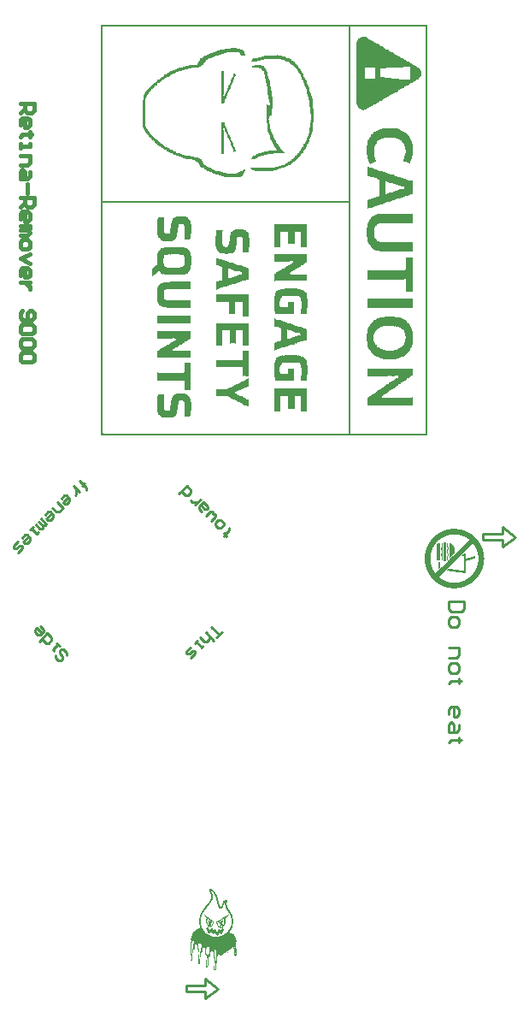
<source format=gto>
G04*
G04 #@! TF.GenerationSoftware,Altium Limited,Altium Designer,19.1.8 (144)*
G04*
G04 Layer_Color=65535*
%FSLAX24Y24*%
%MOIN*%
G70*
G01*
G75*
%ADD16C,0.0100*%
%ADD17C,0.0150*%
G36*
X18722Y22067D02*
X5999D01*
Y38069D01*
X18722D01*
Y22067D01*
D02*
G37*
G36*
X19901Y18405D02*
X19968D01*
Y18396D01*
X20027D01*
Y18388D01*
X20061D01*
Y18379D01*
X20094D01*
Y18371D01*
X20120D01*
Y18363D01*
X20153D01*
Y18354D01*
X20170D01*
Y18346D01*
X20195D01*
Y18337D01*
X20221D01*
Y18329D01*
X20238D01*
Y18320D01*
X20254D01*
Y18312D01*
X20271D01*
Y18304D01*
X20296D01*
Y18295D01*
X20313D01*
Y18287D01*
X20322D01*
Y18278D01*
X20339D01*
Y18270D01*
X20355D01*
Y18261D01*
X20372D01*
Y18253D01*
X20381D01*
Y18245D01*
X20398D01*
Y18236D01*
X20414D01*
Y18228D01*
X20423D01*
Y18219D01*
X20440D01*
Y18211D01*
X20448D01*
Y18202D01*
X20457D01*
Y18194D01*
X20473D01*
Y18186D01*
X20482D01*
Y18177D01*
X20490D01*
Y18169D01*
X20507D01*
Y18160D01*
X20515D01*
Y18152D01*
X20524D01*
Y18143D01*
X20532D01*
Y18135D01*
X20541D01*
Y18127D01*
X20558D01*
Y18118D01*
X20566D01*
Y18110D01*
X20574D01*
Y18101D01*
X20583D01*
Y18093D01*
X20591D01*
Y18085D01*
X20600D01*
Y18076D01*
X20608D01*
Y18068D01*
X20617D01*
Y18059D01*
X20625D01*
Y18051D01*
X20633D01*
Y18042D01*
X20642D01*
Y18034D01*
X20650D01*
Y18017D01*
X20659D01*
Y18009D01*
X20667D01*
Y18000D01*
X20676D01*
Y17992D01*
X20684D01*
Y17983D01*
X20692D01*
Y17967D01*
X20701D01*
Y17958D01*
X20709D01*
Y17950D01*
X20718D01*
Y17933D01*
X20726D01*
Y17924D01*
X20735D01*
Y17916D01*
X20743D01*
Y17899D01*
X20751D01*
Y17891D01*
X20760D01*
Y17874D01*
X20768D01*
Y17857D01*
X20777D01*
Y17849D01*
X20785D01*
Y17832D01*
X20793D01*
Y17815D01*
X20802D01*
Y17798D01*
X20810D01*
Y17781D01*
X20819D01*
Y17764D01*
X20827D01*
Y17748D01*
X20836D01*
Y17731D01*
X20844D01*
Y17714D01*
X20852D01*
Y17697D01*
X20861D01*
Y17672D01*
X20869D01*
Y17646D01*
X20878D01*
Y17621D01*
X20886D01*
Y17596D01*
X20895D01*
Y17571D01*
X20903D01*
Y17537D01*
X20911D01*
Y17503D01*
X20920D01*
Y17461D01*
X20928D01*
Y17402D01*
X20937D01*
Y17284D01*
X20945D01*
Y17234D01*
X20937D01*
Y17116D01*
X20928D01*
Y17057D01*
X20920D01*
Y17015D01*
X20911D01*
Y16981D01*
X20903D01*
Y16947D01*
X20895D01*
Y16922D01*
X20886D01*
Y16897D01*
X20878D01*
Y16871D01*
X20869D01*
Y16846D01*
X20861D01*
Y16821D01*
X20852D01*
Y16804D01*
X20844D01*
Y16787D01*
X20836D01*
Y16770D01*
X20827D01*
Y16754D01*
X20819D01*
Y16737D01*
X20810D01*
Y16720D01*
X20802D01*
Y16703D01*
X20793D01*
Y16686D01*
X20785D01*
Y16669D01*
X20777D01*
Y16661D01*
X20768D01*
Y16644D01*
X20760D01*
Y16627D01*
X20751D01*
Y16619D01*
X20743D01*
Y16602D01*
X20735D01*
Y16593D01*
X20726D01*
Y16585D01*
X20718D01*
Y16568D01*
X20709D01*
Y16560D01*
X20701D01*
Y16551D01*
X20692D01*
Y16535D01*
X20684D01*
Y16526D01*
X20676D01*
Y16518D01*
X20667D01*
Y16509D01*
X20659D01*
Y16501D01*
X20650D01*
Y16484D01*
X20642D01*
Y16476D01*
X20633D01*
Y16467D01*
X20625D01*
Y16459D01*
X20617D01*
Y16450D01*
X20608D01*
Y16442D01*
X20600D01*
Y16433D01*
X20591D01*
Y16425D01*
X20583D01*
Y16417D01*
X20574D01*
Y16408D01*
X20566D01*
Y16400D01*
X20558D01*
Y16391D01*
X20541D01*
Y16383D01*
X20532D01*
Y16374D01*
X20524D01*
Y16366D01*
X20515D01*
Y16358D01*
X20507D01*
Y16349D01*
X20490D01*
Y16341D01*
X20482D01*
Y16332D01*
X20473D01*
Y16324D01*
X20457D01*
Y16315D01*
X20448D01*
Y16307D01*
X20440D01*
Y16299D01*
X20423D01*
Y16290D01*
X20414D01*
Y16282D01*
X20398D01*
Y16273D01*
X20381D01*
Y16265D01*
X20372D01*
Y16257D01*
X20355D01*
Y16248D01*
X20339D01*
Y16240D01*
X20322D01*
Y16231D01*
X20305D01*
Y16223D01*
X20288D01*
Y16214D01*
X20271D01*
Y16206D01*
X20254D01*
Y16198D01*
X20238D01*
Y16189D01*
X20212D01*
Y16181D01*
X20195D01*
Y16172D01*
X20170D01*
Y16164D01*
X20145D01*
Y16155D01*
X20120D01*
Y16147D01*
X20094D01*
Y16139D01*
X20061D01*
Y16130D01*
X20027D01*
Y16122D01*
X19985D01*
Y16113D01*
X19926D01*
Y16105D01*
X19917D01*
Y16113D01*
X19901D01*
Y16105D01*
X19665D01*
Y16113D01*
X19580D01*
Y16122D01*
X19538D01*
Y16130D01*
X19505D01*
Y16139D01*
X19471D01*
Y16147D01*
X19446D01*
Y16155D01*
X19420D01*
Y16164D01*
X19395D01*
Y16172D01*
X19370D01*
Y16181D01*
X19353D01*
Y16189D01*
X19328D01*
Y16198D01*
X19311D01*
Y16206D01*
X19294D01*
Y16214D01*
X19277D01*
Y16223D01*
X19260D01*
Y16231D01*
X19243D01*
Y16240D01*
X19227D01*
Y16248D01*
X19210D01*
Y16257D01*
X19193D01*
Y16265D01*
X19184D01*
Y16273D01*
X19168D01*
Y16282D01*
X19151D01*
Y16290D01*
X19142D01*
Y16299D01*
X19126D01*
Y16307D01*
X19117D01*
Y16315D01*
X19109D01*
Y16324D01*
X19092D01*
Y16332D01*
X19083D01*
Y16341D01*
X19075D01*
Y16349D01*
X19058D01*
Y16358D01*
X19050D01*
Y16366D01*
X19041D01*
Y16374D01*
X19033D01*
Y16383D01*
X19024D01*
Y16391D01*
X19008D01*
Y16400D01*
X18999D01*
Y16408D01*
X18991D01*
Y16417D01*
X18982D01*
Y16425D01*
X18974D01*
Y16433D01*
X18965D01*
Y16442D01*
X18957D01*
Y16450D01*
X18949D01*
Y16459D01*
X18940D01*
Y16467D01*
X18932D01*
Y16476D01*
X18923D01*
Y16484D01*
X18915D01*
Y16501D01*
X18907D01*
Y16509D01*
X18898D01*
Y16518D01*
X18890D01*
Y16526D01*
X18881D01*
Y16535D01*
X18873D01*
Y16551D01*
X18864D01*
Y16560D01*
X18856D01*
Y16568D01*
X18848D01*
Y16585D01*
X18839D01*
Y16593D01*
X18831D01*
Y16602D01*
X18822D01*
Y16619D01*
X18814D01*
Y16627D01*
X18805D01*
Y16644D01*
X18797D01*
Y16661D01*
X18789D01*
Y16669D01*
X18780D01*
Y16686D01*
X18772D01*
Y16703D01*
X18763D01*
Y16720D01*
X18755D01*
Y16737D01*
X18746D01*
Y16754D01*
X18738D01*
Y16770D01*
X18730D01*
Y16787D01*
X18721D01*
Y16804D01*
X18713D01*
Y16821D01*
X18704D01*
Y16846D01*
X18696D01*
Y16871D01*
X18687D01*
Y16897D01*
X18679D01*
Y16922D01*
X18671D01*
Y16947D01*
X18662D01*
Y16981D01*
X18654D01*
Y17015D01*
X18645D01*
Y17057D01*
X18637D01*
Y17116D01*
X18629D01*
Y17242D01*
X18620D01*
Y17259D01*
X18629D01*
Y17402D01*
X18637D01*
Y17461D01*
X18645D01*
Y17503D01*
X18654D01*
Y17537D01*
X18662D01*
Y17571D01*
X18671D01*
Y17596D01*
X18679D01*
Y17621D01*
X18687D01*
Y17646D01*
X18696D01*
Y17672D01*
X18704D01*
Y17697D01*
X18713D01*
Y17714D01*
X18721D01*
Y17731D01*
X18730D01*
Y17748D01*
X18738D01*
Y17764D01*
X18746D01*
Y17781D01*
X18755D01*
Y17798D01*
X18763D01*
Y17815D01*
X18772D01*
Y17832D01*
X18780D01*
Y17849D01*
X18789D01*
Y17857D01*
X18797D01*
Y17874D01*
X18805D01*
Y17891D01*
X18814D01*
Y17899D01*
X18822D01*
Y17916D01*
X18831D01*
Y17924D01*
X18839D01*
Y17933D01*
X18848D01*
Y17950D01*
X18856D01*
Y17958D01*
X18864D01*
Y17967D01*
X18873D01*
Y17983D01*
X18881D01*
Y17992D01*
X18890D01*
Y18000D01*
X18898D01*
Y18009D01*
X18907D01*
Y18017D01*
X18915D01*
Y18034D01*
X18923D01*
Y18042D01*
X18932D01*
Y18051D01*
X18940D01*
Y18059D01*
X18949D01*
Y18068D01*
X18957D01*
Y18076D01*
X18965D01*
Y18085D01*
X18974D01*
Y18093D01*
X18982D01*
Y18101D01*
X18991D01*
Y18110D01*
X18999D01*
Y18118D01*
X19008D01*
Y18127D01*
X19024D01*
Y18135D01*
X19033D01*
Y18143D01*
X19041D01*
Y18152D01*
X19050D01*
Y18160D01*
X19058D01*
Y18169D01*
X19075D01*
Y18177D01*
X19083D01*
Y18186D01*
X19092D01*
Y18194D01*
X19109D01*
Y18202D01*
X19117D01*
Y18211D01*
X19126D01*
Y18219D01*
X19142D01*
Y18228D01*
X19151D01*
Y18236D01*
X19168D01*
Y18245D01*
X19184D01*
Y18253D01*
X19193D01*
Y18261D01*
X19210D01*
Y18270D01*
X19227D01*
Y18278D01*
X19243D01*
Y18287D01*
X19260D01*
Y18295D01*
X19277D01*
Y18304D01*
X19294D01*
Y18312D01*
X19311D01*
Y18320D01*
X19328D01*
Y18329D01*
X19345D01*
Y18337D01*
X19370D01*
Y18346D01*
X19395D01*
Y18354D01*
X19420D01*
Y18363D01*
X19446D01*
Y18371D01*
X19471D01*
Y18379D01*
X19505D01*
Y18388D01*
X19538D01*
Y18396D01*
X19580D01*
Y18405D01*
X19639D01*
Y18413D01*
X19901D01*
Y18405D01*
D02*
G37*
G36*
X10306Y4390D02*
X10316D01*
Y4380D01*
X10337D01*
Y4369D01*
X10347D01*
Y4359D01*
X10358D01*
Y4348D01*
X10368D01*
Y4338D01*
X10379D01*
Y4328D01*
X10389D01*
Y4317D01*
X10400D01*
Y4307D01*
X10410D01*
Y4296D01*
X10421D01*
Y4286D01*
X10431D01*
Y4275D01*
Y4265D01*
X10442D01*
Y4254D01*
X10452D01*
Y4244D01*
Y4233D01*
X10462D01*
Y4223D01*
X10473D01*
Y4212D01*
Y4202D01*
X10483D01*
Y4192D01*
X10494D01*
Y4181D01*
Y4171D01*
X10504D01*
Y4160D01*
Y4150D01*
X10515D01*
Y4139D01*
Y4129D01*
X10525D01*
Y4118D01*
Y4108D01*
Y4097D01*
X10536D01*
Y4087D01*
Y4076D01*
Y4066D01*
X10546D01*
Y4055D01*
Y4045D01*
Y4035D01*
X10557D01*
Y4024D01*
Y4014D01*
Y4003D01*
Y3993D01*
Y3982D01*
X10567D01*
Y3972D01*
Y3961D01*
Y3951D01*
Y3940D01*
X10578D01*
Y3930D01*
Y3919D01*
Y3909D01*
X10588D01*
Y3898D01*
Y3888D01*
Y3878D01*
X10599D01*
Y3867D01*
Y3857D01*
Y3846D01*
Y3836D01*
Y3825D01*
X10609D01*
Y3815D01*
Y3804D01*
Y3794D01*
X10619D01*
Y3783D01*
Y3773D01*
Y3762D01*
Y3752D01*
X10630D01*
Y3742D01*
Y3731D01*
X10640D01*
Y3721D01*
Y3710D01*
X10651D01*
Y3700D01*
Y3689D01*
X10672D01*
Y3679D01*
X10682D01*
Y3689D01*
Y3700D01*
X10693D01*
Y3710D01*
Y3721D01*
X10714D01*
Y3731D01*
Y3742D01*
Y3752D01*
X10724D01*
Y3762D01*
Y3773D01*
Y3783D01*
Y3794D01*
X10735D01*
Y3804D01*
Y3815D01*
Y3825D01*
X10745D01*
Y3836D01*
Y3846D01*
X10755D01*
Y3857D01*
Y3867D01*
Y3878D01*
X10766D01*
Y3888D01*
X10776D01*
Y3898D01*
Y3909D01*
X10787D01*
Y3919D01*
X10797D01*
Y3930D01*
X10808D01*
Y3940D01*
X10818D01*
Y3951D01*
X10839D01*
Y3961D01*
X10871D01*
Y3972D01*
X10923D01*
Y3961D01*
Y3951D01*
Y3940D01*
Y3930D01*
Y3919D01*
X10912D01*
Y3909D01*
Y3898D01*
Y3888D01*
Y3878D01*
Y3867D01*
Y3857D01*
X10902D01*
Y3846D01*
Y3836D01*
Y3825D01*
Y3815D01*
Y3804D01*
Y3794D01*
Y3783D01*
Y3773D01*
Y3762D01*
X10912D01*
Y3752D01*
Y3742D01*
Y3731D01*
Y3721D01*
X10923D01*
Y3710D01*
Y3700D01*
Y3689D01*
X10933D01*
Y3679D01*
Y3668D01*
Y3658D01*
X10944D01*
Y3647D01*
Y3637D01*
X10954D01*
Y3626D01*
Y3616D01*
X10965D01*
Y3605D01*
X10975D01*
Y3595D01*
Y3585D01*
X10986D01*
Y3574D01*
Y3564D01*
X10996D01*
Y3553D01*
X11007D01*
Y3543D01*
X11017D01*
Y3532D01*
Y3522D01*
X11028D01*
Y3511D01*
X11038D01*
Y3501D01*
Y3490D01*
X11049D01*
Y3480D01*
X11059D01*
Y3469D01*
Y3459D01*
X11069D01*
Y3448D01*
Y3438D01*
X11080D01*
Y3428D01*
Y3417D01*
X11090D01*
Y3407D01*
X11101D01*
Y3396D01*
Y3386D01*
Y3375D01*
X11111D01*
Y3365D01*
Y3354D01*
X11122D01*
Y3344D01*
Y3333D01*
Y3323D01*
X11132D01*
Y3312D01*
Y3302D01*
Y3292D01*
X11143D01*
Y3281D01*
Y3271D01*
Y3260D01*
Y3250D01*
Y3239D01*
Y3229D01*
X11153D01*
Y3218D01*
Y3208D01*
Y3197D01*
Y3187D01*
Y3176D01*
Y3166D01*
Y3155D01*
Y3145D01*
Y3135D01*
Y3124D01*
Y3114D01*
Y3103D01*
Y3093D01*
Y3082D01*
Y3072D01*
Y3061D01*
Y3051D01*
Y3040D01*
Y3030D01*
Y3019D01*
X11143D01*
Y3009D01*
Y2998D01*
Y2988D01*
Y2978D01*
Y2967D01*
Y2957D01*
X11132D01*
Y2946D01*
Y2936D01*
Y2925D01*
Y2915D01*
X11122D01*
Y2904D01*
Y2894D01*
X11111D01*
Y2883D01*
Y2873D01*
Y2862D01*
X11101D01*
Y2852D01*
Y2842D01*
X11090D01*
Y2831D01*
Y2821D01*
Y2810D01*
X11080D01*
Y2800D01*
X11069D01*
Y2789D01*
Y2779D01*
X11059D01*
Y2768D01*
Y2758D01*
X11049D01*
Y2747D01*
X11038D01*
Y2737D01*
Y2726D01*
X11028D01*
Y2716D01*
X11017D01*
Y2705D01*
X11007D01*
Y2695D01*
Y2685D01*
X11017D01*
Y2674D01*
X11049D01*
Y2664D01*
X11069D01*
Y2653D01*
X11090D01*
Y2643D01*
X11122D01*
Y2632D01*
X11153D01*
Y2622D01*
X11174D01*
Y2611D01*
X11195D01*
Y2601D01*
Y2590D01*
X11206D01*
Y2580D01*
Y2569D01*
X11216D01*
Y2559D01*
Y2548D01*
Y2538D01*
X11226D01*
Y2528D01*
Y2517D01*
Y2507D01*
X11237D01*
Y2496D01*
Y2486D01*
Y2475D01*
X11247D01*
Y2465D01*
Y2454D01*
X11258D01*
Y2444D01*
Y2433D01*
X11268D01*
Y2423D01*
Y2412D01*
Y2402D01*
X11279D01*
Y2392D01*
Y2381D01*
Y2371D01*
Y2360D01*
Y2350D01*
Y2339D01*
X11268D01*
Y2329D01*
Y2318D01*
Y2308D01*
Y2297D01*
Y2287D01*
Y2276D01*
Y2266D01*
Y2255D01*
Y2245D01*
Y2235D01*
Y2224D01*
Y2214D01*
Y2203D01*
Y2193D01*
Y2182D01*
Y2172D01*
Y2161D01*
Y2151D01*
Y2140D01*
Y2130D01*
Y2119D01*
Y2109D01*
Y2098D01*
Y2088D01*
Y2078D01*
Y2067D01*
Y2057D01*
X11279D01*
Y2046D01*
Y2036D01*
Y2025D01*
Y2015D01*
Y2004D01*
Y1994D01*
Y1983D01*
Y1973D01*
Y1962D01*
Y1952D01*
Y1942D01*
Y1931D01*
Y1921D01*
Y1910D01*
Y1900D01*
Y1889D01*
Y1879D01*
Y1868D01*
Y1858D01*
Y1847D01*
Y1837D01*
Y1826D01*
Y1816D01*
Y1805D01*
X11268D01*
Y1795D01*
Y1785D01*
Y1774D01*
Y1764D01*
X11226D01*
Y1774D01*
Y1785D01*
X11216D01*
Y1795D01*
X11206D01*
Y1805D01*
Y1816D01*
Y1826D01*
X11195D01*
Y1837D01*
Y1847D01*
Y1858D01*
Y1868D01*
X11185D01*
Y1879D01*
Y1889D01*
Y1900D01*
Y1910D01*
Y1921D01*
Y1931D01*
Y1942D01*
Y1952D01*
Y1962D01*
Y1973D01*
Y1983D01*
Y1994D01*
Y2004D01*
Y2015D01*
Y2025D01*
Y2036D01*
Y2046D01*
Y2057D01*
Y2067D01*
X11174D01*
Y2078D01*
Y2088D01*
Y2098D01*
Y2109D01*
Y2119D01*
X11153D01*
Y2109D01*
X11143D01*
Y2098D01*
X11122D01*
Y2088D01*
X11111D01*
Y2078D01*
X11101D01*
Y2067D01*
X11080D01*
Y2057D01*
X11069D01*
Y2046D01*
X11049D01*
Y2036D01*
X11028D01*
Y2025D01*
X11017D01*
Y2015D01*
X11007D01*
Y2004D01*
X10986D01*
Y1994D01*
X10975D01*
Y1983D01*
X10965D01*
Y1973D01*
Y1962D01*
Y1952D01*
Y1942D01*
X10954D01*
Y1931D01*
Y1921D01*
Y1910D01*
Y1900D01*
Y1889D01*
X10912D01*
Y1900D01*
Y1910D01*
X10892D01*
Y1921D01*
X10871D01*
Y1910D01*
X10860D01*
Y1900D01*
X10839D01*
Y1889D01*
X10829D01*
Y1879D01*
X10808D01*
Y1868D01*
X10797D01*
Y1858D01*
X10787D01*
Y1847D01*
X10766D01*
Y1837D01*
X10755D01*
Y1826D01*
X10735D01*
Y1816D01*
X10724D01*
Y1805D01*
X10714D01*
Y1795D01*
X10651D01*
Y1805D01*
X10630D01*
Y1816D01*
X10599D01*
Y1826D01*
X10578D01*
Y1837D01*
X10557D01*
Y1847D01*
X10546D01*
Y1837D01*
Y1826D01*
Y1816D01*
Y1805D01*
Y1795D01*
Y1785D01*
Y1774D01*
X10536D01*
Y1764D01*
Y1753D01*
Y1743D01*
Y1732D01*
Y1722D01*
Y1711D01*
Y1701D01*
Y1690D01*
Y1680D01*
Y1669D01*
X10525D01*
Y1659D01*
Y1648D01*
Y1638D01*
Y1628D01*
Y1617D01*
Y1607D01*
Y1596D01*
Y1586D01*
X10515D01*
Y1575D01*
Y1565D01*
Y1554D01*
Y1544D01*
Y1533D01*
Y1523D01*
Y1512D01*
Y1502D01*
Y1492D01*
Y1481D01*
X10504D01*
Y1471D01*
Y1460D01*
Y1450D01*
Y1439D01*
Y1429D01*
Y1418D01*
Y1408D01*
Y1397D01*
Y1387D01*
X10494D01*
Y1376D01*
Y1366D01*
Y1355D01*
Y1345D01*
Y1335D01*
Y1324D01*
Y1314D01*
Y1303D01*
Y1293D01*
X10483D01*
Y1282D01*
Y1272D01*
Y1261D01*
Y1251D01*
Y1240D01*
X10473D01*
Y1230D01*
X10462D01*
Y1219D01*
Y1209D01*
X10421D01*
Y1219D01*
Y1230D01*
Y1240D01*
X10410D01*
Y1251D01*
Y1261D01*
Y1272D01*
Y1282D01*
Y1293D01*
Y1303D01*
Y1314D01*
Y1324D01*
Y1335D01*
Y1345D01*
Y1355D01*
Y1366D01*
Y1376D01*
Y1387D01*
Y1397D01*
X10421D01*
Y1408D01*
Y1418D01*
Y1429D01*
Y1439D01*
Y1450D01*
Y1460D01*
Y1471D01*
Y1481D01*
Y1492D01*
Y1502D01*
Y1512D01*
Y1523D01*
Y1533D01*
Y1544D01*
X10431D01*
Y1554D01*
Y1565D01*
Y1575D01*
Y1586D01*
Y1596D01*
Y1607D01*
Y1617D01*
Y1628D01*
Y1638D01*
Y1648D01*
Y1659D01*
Y1669D01*
X10421D01*
Y1680D01*
Y1690D01*
X10410D01*
Y1701D01*
X10400D01*
Y1711D01*
Y1722D01*
X10389D01*
Y1732D01*
Y1743D01*
Y1753D01*
Y1764D01*
Y1774D01*
Y1785D01*
Y1795D01*
Y1805D01*
Y1816D01*
Y1826D01*
Y1837D01*
Y1847D01*
X10400D01*
Y1858D01*
Y1868D01*
Y1879D01*
Y1889D01*
Y1900D01*
Y1910D01*
X10389D01*
Y1921D01*
X10368D01*
Y1931D01*
X10347D01*
Y1942D01*
X10316D01*
Y1952D01*
X10295D01*
Y1962D01*
X10285D01*
Y1952D01*
Y1942D01*
Y1931D01*
X10274D01*
Y1921D01*
Y1910D01*
Y1900D01*
Y1889D01*
Y1879D01*
X10264D01*
Y1868D01*
Y1858D01*
Y1847D01*
Y1837D01*
Y1826D01*
Y1816D01*
X10253D01*
Y1805D01*
Y1795D01*
Y1785D01*
Y1774D01*
Y1764D01*
X10211D01*
Y1753D01*
Y1743D01*
Y1732D01*
X10201D01*
Y1722D01*
Y1711D01*
Y1701D01*
Y1690D01*
Y1680D01*
Y1669D01*
Y1659D01*
Y1648D01*
Y1638D01*
Y1628D01*
Y1617D01*
X10190D01*
Y1607D01*
Y1596D01*
Y1586D01*
Y1575D01*
Y1565D01*
Y1554D01*
Y1544D01*
Y1533D01*
Y1523D01*
Y1512D01*
Y1502D01*
X10180D01*
Y1492D01*
Y1481D01*
Y1471D01*
Y1460D01*
Y1450D01*
Y1439D01*
Y1429D01*
Y1418D01*
Y1408D01*
Y1397D01*
X10169D01*
Y1387D01*
Y1376D01*
Y1366D01*
X10159D01*
Y1355D01*
Y1345D01*
X10149D01*
Y1335D01*
Y1324D01*
X10117D01*
Y1335D01*
X10107D01*
Y1345D01*
X10096D01*
Y1355D01*
Y1366D01*
Y1376D01*
Y1387D01*
X10086D01*
Y1397D01*
Y1408D01*
Y1418D01*
Y1429D01*
X10096D01*
Y1439D01*
Y1450D01*
Y1460D01*
Y1471D01*
Y1481D01*
Y1492D01*
Y1502D01*
Y1512D01*
Y1523D01*
Y1533D01*
Y1544D01*
Y1554D01*
X10107D01*
Y1565D01*
Y1575D01*
Y1586D01*
Y1596D01*
Y1607D01*
Y1617D01*
Y1628D01*
X10117D01*
Y1638D01*
Y1648D01*
Y1659D01*
Y1669D01*
Y1680D01*
Y1690D01*
Y1701D01*
Y1711D01*
Y1722D01*
Y1732D01*
Y1743D01*
Y1753D01*
Y1764D01*
Y1774D01*
X10128D01*
Y1785D01*
X10117D01*
Y1795D01*
X10107D01*
Y1805D01*
X10096D01*
Y1816D01*
X10086D01*
Y1826D01*
X10075D01*
Y1837D01*
Y1847D01*
Y1858D01*
Y1868D01*
Y1879D01*
Y1889D01*
Y1900D01*
Y1910D01*
Y1921D01*
Y1931D01*
Y1942D01*
Y1952D01*
Y1962D01*
Y1973D01*
Y1983D01*
Y1994D01*
Y2004D01*
Y2015D01*
Y2025D01*
Y2036D01*
Y2046D01*
Y2057D01*
X10054D01*
Y2067D01*
X10044D01*
Y2078D01*
X10012D01*
Y2088D01*
X9981D01*
Y2098D01*
X9971D01*
Y2088D01*
Y2078D01*
Y2067D01*
Y2057D01*
Y2046D01*
Y2036D01*
X9960D01*
Y2025D01*
Y2015D01*
Y2004D01*
Y1994D01*
Y1983D01*
Y1973D01*
X9950D01*
Y1962D01*
Y1952D01*
Y1942D01*
Y1931D01*
Y1921D01*
Y1910D01*
X9939D01*
Y1900D01*
Y1889D01*
X9897D01*
Y1879D01*
Y1868D01*
Y1858D01*
Y1847D01*
X9887D01*
Y1837D01*
Y1826D01*
Y1816D01*
Y1805D01*
Y1795D01*
Y1785D01*
Y1774D01*
Y1764D01*
Y1753D01*
Y1743D01*
Y1732D01*
X9876D01*
Y1722D01*
Y1711D01*
Y1701D01*
Y1690D01*
Y1680D01*
Y1669D01*
Y1659D01*
Y1648D01*
Y1638D01*
Y1628D01*
Y1617D01*
X9866D01*
Y1607D01*
Y1596D01*
Y1586D01*
Y1575D01*
Y1565D01*
Y1554D01*
Y1544D01*
Y1533D01*
Y1523D01*
Y1512D01*
X9855D01*
Y1502D01*
Y1492D01*
X9845D01*
Y1481D01*
Y1471D01*
Y1460D01*
X9835D01*
Y1450D01*
X9803D01*
Y1460D01*
X9793D01*
Y1471D01*
Y1481D01*
Y1492D01*
Y1502D01*
Y1512D01*
Y1523D01*
Y1533D01*
Y1544D01*
Y1554D01*
Y1565D01*
Y1575D01*
Y1586D01*
Y1596D01*
Y1607D01*
Y1617D01*
Y1628D01*
Y1638D01*
Y1648D01*
X9803D01*
Y1659D01*
Y1669D01*
Y1680D01*
Y1690D01*
Y1701D01*
Y1711D01*
Y1722D01*
Y1732D01*
Y1743D01*
Y1753D01*
Y1764D01*
Y1774D01*
Y1785D01*
Y1795D01*
Y1805D01*
Y1816D01*
Y1826D01*
X9814D01*
Y1837D01*
Y1847D01*
Y1858D01*
Y1868D01*
Y1879D01*
Y1889D01*
Y1900D01*
Y1910D01*
X9803D01*
Y1921D01*
Y1931D01*
X9793D01*
Y1942D01*
Y1952D01*
X9782D01*
Y1962D01*
Y1973D01*
Y1983D01*
Y1994D01*
Y2004D01*
Y2015D01*
Y2025D01*
Y2036D01*
X9772D01*
Y2046D01*
Y2057D01*
Y2067D01*
Y2078D01*
Y2088D01*
Y2098D01*
Y2109D01*
Y2119D01*
Y2130D01*
Y2140D01*
Y2151D01*
Y2161D01*
Y2172D01*
Y2182D01*
X9761D01*
Y2193D01*
Y2203D01*
X9730D01*
Y2214D01*
X9699D01*
Y2224D01*
X9678D01*
Y2235D01*
X9667D01*
Y2224D01*
Y2214D01*
Y2203D01*
X9657D01*
Y2193D01*
Y2182D01*
Y2172D01*
Y2161D01*
Y2151D01*
Y2140D01*
Y2130D01*
Y2119D01*
Y2109D01*
X9646D01*
Y2098D01*
Y2088D01*
Y2078D01*
Y2067D01*
Y2057D01*
Y2046D01*
Y2036D01*
X9636D01*
Y2025D01*
Y2015D01*
X9583D01*
Y2004D01*
Y1994D01*
Y1983D01*
Y1973D01*
Y1962D01*
Y1952D01*
Y1942D01*
Y1931D01*
Y1921D01*
Y1910D01*
Y1900D01*
Y1889D01*
X9573D01*
Y1879D01*
Y1868D01*
Y1858D01*
Y1847D01*
Y1837D01*
Y1826D01*
Y1816D01*
Y1805D01*
Y1795D01*
Y1785D01*
Y1774D01*
Y1764D01*
Y1753D01*
Y1743D01*
X9562D01*
Y1732D01*
Y1722D01*
Y1711D01*
Y1701D01*
Y1690D01*
Y1680D01*
Y1669D01*
Y1659D01*
Y1648D01*
Y1638D01*
X9552D01*
Y1628D01*
Y1617D01*
Y1607D01*
Y1596D01*
X9542D01*
Y1586D01*
X9500D01*
Y1596D01*
Y1607D01*
X9489D01*
Y1617D01*
X9479D01*
Y1628D01*
Y1638D01*
Y1648D01*
Y1659D01*
Y1669D01*
Y1680D01*
Y1690D01*
Y1701D01*
Y1711D01*
Y1722D01*
Y1732D01*
Y1743D01*
Y1753D01*
Y1764D01*
Y1774D01*
Y1785D01*
Y1795D01*
X9489D01*
Y1805D01*
Y1816D01*
Y1826D01*
Y1837D01*
Y1847D01*
Y1858D01*
Y1868D01*
Y1879D01*
Y1889D01*
Y1900D01*
Y1910D01*
Y1921D01*
Y1931D01*
Y1942D01*
Y1952D01*
X9500D01*
Y1962D01*
Y1973D01*
Y1983D01*
Y1994D01*
Y2004D01*
Y2015D01*
Y2025D01*
Y2036D01*
Y2046D01*
Y2057D01*
Y2067D01*
Y2078D01*
Y2088D01*
Y2098D01*
Y2109D01*
Y2119D01*
Y2130D01*
Y2140D01*
X9510D01*
Y2151D01*
Y2161D01*
Y2172D01*
Y2182D01*
Y2193D01*
Y2203D01*
Y2214D01*
Y2224D01*
Y2235D01*
Y2245D01*
Y2255D01*
Y2266D01*
Y2276D01*
Y2287D01*
Y2297D01*
Y2308D01*
Y2318D01*
X9521D01*
Y2329D01*
Y2339D01*
Y2350D01*
Y2360D01*
Y2371D01*
Y2381D01*
Y2392D01*
Y2402D01*
X9510D01*
Y2412D01*
Y2423D01*
Y2433D01*
Y2444D01*
Y2454D01*
X9521D01*
Y2465D01*
Y2475D01*
Y2486D01*
X9531D01*
Y2496D01*
Y2507D01*
Y2517D01*
X9542D01*
Y2528D01*
Y2538D01*
Y2548D01*
X9552D01*
Y2559D01*
Y2569D01*
Y2580D01*
Y2590D01*
X9562D01*
Y2601D01*
Y2611D01*
Y2622D01*
X9573D01*
Y2632D01*
Y2643D01*
Y2653D01*
X9583D01*
Y2664D01*
Y2674D01*
Y2685D01*
X9594D01*
Y2695D01*
Y2705D01*
X9604D01*
Y2716D01*
X9615D01*
Y2726D01*
X9625D01*
Y2737D01*
X9646D01*
Y2747D01*
X9657D01*
Y2758D01*
X9678D01*
Y2768D01*
X9688D01*
Y2779D01*
X9709D01*
Y2789D01*
X9719D01*
Y2800D01*
X9740D01*
Y2810D01*
X9751D01*
Y2821D01*
X9761D01*
Y2831D01*
X9793D01*
Y2842D01*
X9803D01*
Y2852D01*
X9814D01*
Y2862D01*
X9835D01*
Y2873D01*
X9845D01*
Y2883D01*
X9855D01*
Y2894D01*
Y2904D01*
Y2915D01*
Y2925D01*
Y2936D01*
X9845D01*
Y2946D01*
Y2957D01*
Y2967D01*
Y2978D01*
X9835D01*
Y2988D01*
Y2998D01*
Y3009D01*
Y3019D01*
Y3030D01*
Y3040D01*
X9824D01*
Y3051D01*
Y3061D01*
Y3072D01*
Y3082D01*
Y3093D01*
Y3103D01*
Y3114D01*
Y3124D01*
Y3135D01*
Y3145D01*
Y3155D01*
Y3166D01*
Y3176D01*
Y3187D01*
Y3197D01*
Y3208D01*
Y3218D01*
X9835D01*
Y3229D01*
Y3239D01*
Y3250D01*
Y3260D01*
Y3271D01*
X9845D01*
Y3281D01*
Y3292D01*
Y3302D01*
Y3312D01*
Y3323D01*
X9855D01*
Y3333D01*
Y3344D01*
Y3354D01*
X9866D01*
Y3365D01*
Y3375D01*
X9876D01*
Y3386D01*
Y3396D01*
X9887D01*
Y3407D01*
Y3417D01*
Y3428D01*
X9897D01*
Y3438D01*
Y3448D01*
X9908D01*
Y3459D01*
Y3469D01*
X9918D01*
Y3480D01*
Y3490D01*
X9929D01*
Y3501D01*
X9939D01*
Y3511D01*
Y3522D01*
X9950D01*
Y3532D01*
X9960D01*
Y3543D01*
Y3553D01*
X9971D01*
Y3564D01*
X9981D01*
Y3574D01*
Y3585D01*
X9992D01*
Y3595D01*
X10002D01*
Y3605D01*
Y3616D01*
X10012D01*
Y3626D01*
X10023D01*
Y3637D01*
X10033D01*
Y3647D01*
X10044D01*
Y3658D01*
Y3668D01*
X10054D01*
Y3679D01*
X10065D01*
Y3689D01*
X10075D01*
Y3700D01*
Y3710D01*
X10086D01*
Y3721D01*
X10096D01*
Y3731D01*
X10107D01*
Y3742D01*
Y3752D01*
X10117D01*
Y3762D01*
X10128D01*
Y3773D01*
X10138D01*
Y3783D01*
X10149D01*
Y3794D01*
X10159D01*
Y3804D01*
Y3815D01*
X10169D01*
Y3825D01*
X10180D01*
Y3836D01*
X10190D01*
Y3846D01*
Y3857D01*
X10201D01*
Y3867D01*
X10211D01*
Y3878D01*
Y3888D01*
X10222D01*
Y3898D01*
X10232D01*
Y3909D01*
Y3919D01*
X10243D01*
Y3930D01*
Y3940D01*
X10253D01*
Y3951D01*
X10264D01*
Y3961D01*
Y3972D01*
X10274D01*
Y3982D01*
Y3993D01*
X10285D01*
Y4003D01*
Y4014D01*
Y4024D01*
X10295D01*
Y4035D01*
Y4045D01*
Y4055D01*
Y4066D01*
Y4076D01*
Y4087D01*
Y4097D01*
Y4108D01*
Y4118D01*
Y4129D01*
Y4139D01*
Y4150D01*
X10285D01*
Y4160D01*
Y4171D01*
Y4181D01*
X10274D01*
Y4192D01*
Y4202D01*
X10264D01*
Y4212D01*
Y4223D01*
X10253D01*
Y4233D01*
Y4244D01*
X10243D01*
Y4254D01*
Y4265D01*
X10232D01*
Y4275D01*
Y4286D01*
X10222D01*
Y4296D01*
Y4307D01*
X10211D01*
Y4317D01*
Y4328D01*
Y4338D01*
Y4348D01*
Y4359D01*
Y4369D01*
Y4380D01*
Y4390D01*
X10222D01*
Y4401D01*
X10306D01*
Y4390D01*
D02*
G37*
%LPC*%
G36*
X15652Y37991D02*
X6077D01*
Y31200D01*
X15652D01*
Y37991D01*
D02*
G37*
G36*
X18670D02*
X15730D01*
Y22119D01*
X18644D01*
Y22145D01*
X18670D01*
Y37991D01*
D02*
G37*
G36*
X15652Y31122D02*
X6077D01*
Y22145D01*
X6103D01*
Y22119D01*
X15652D01*
Y31122D01*
D02*
G37*
%LPD*%
G36*
X11281Y37132D02*
X11437D01*
Y37106D01*
X11489D01*
Y37080D01*
X11541D01*
Y37054D01*
X11567D01*
Y37028D01*
X11593D01*
Y36924D01*
X11619D01*
Y36846D01*
X11489D01*
Y36872D01*
X11463D01*
Y36898D01*
X11437D01*
Y36924D01*
X11411D01*
Y36950D01*
X11385D01*
Y36976D01*
X11359D01*
Y37002D01*
X11047D01*
Y36976D01*
X10891D01*
Y36950D01*
X10786D01*
Y36924D01*
X10682D01*
Y36898D01*
X10604D01*
Y36872D01*
X10526D01*
Y36846D01*
X10448D01*
Y36820D01*
X10396D01*
Y36794D01*
X10318D01*
Y36768D01*
X10240D01*
Y36742D01*
X10188D01*
Y36716D01*
X10162D01*
Y36690D01*
X10110D01*
Y36638D01*
X10084D01*
Y36612D01*
X10058D01*
Y36586D01*
X10032D01*
Y36560D01*
X10006D01*
Y36534D01*
X9980D01*
Y36508D01*
X9954D01*
Y36482D01*
X9928D01*
Y36456D01*
X9902D01*
Y36430D01*
X9824D01*
Y36404D01*
X9668D01*
Y36378D01*
X9511D01*
Y36352D01*
X9381D01*
Y36326D01*
X9251D01*
Y36300D01*
X9173D01*
Y36274D01*
X9095D01*
Y36248D01*
X9017D01*
Y36222D01*
X8939D01*
Y36196D01*
X8887D01*
Y36170D01*
X8835D01*
Y36144D01*
X8783D01*
Y36118D01*
X8731D01*
Y36091D01*
X8705D01*
Y36065D01*
X8653D01*
Y36039D01*
X8575D01*
Y36013D01*
X8549D01*
Y35987D01*
X8497D01*
Y35961D01*
X8471D01*
Y35935D01*
X8419D01*
Y35909D01*
X8393D01*
Y35883D01*
X8367D01*
Y35857D01*
X8341D01*
Y35831D01*
X8289D01*
Y35805D01*
X8263D01*
Y35779D01*
X8210D01*
Y35727D01*
X8184D01*
Y35701D01*
X8132D01*
Y35675D01*
X8106D01*
Y35649D01*
X8080D01*
Y35623D01*
X8054D01*
Y35597D01*
X8028D01*
Y35571D01*
X8002D01*
Y35545D01*
X7976D01*
Y35519D01*
X7950D01*
Y35493D01*
X7924D01*
Y35467D01*
X7898D01*
Y35441D01*
X7872D01*
Y35415D01*
X7846D01*
Y35363D01*
X7820D01*
Y35311D01*
X7794D01*
Y35259D01*
X7768D01*
Y35181D01*
X7742D01*
Y34947D01*
X7716D01*
Y34166D01*
X7742D01*
Y34088D01*
X7768D01*
Y34036D01*
X7794D01*
Y33984D01*
X7820D01*
Y33932D01*
X7846D01*
Y33906D01*
X7872D01*
Y33880D01*
X7898D01*
Y33828D01*
X7924D01*
Y33802D01*
X7950D01*
Y33776D01*
X7976D01*
Y33750D01*
X8002D01*
Y33724D01*
X8028D01*
Y33698D01*
X8054D01*
Y33672D01*
X8080D01*
Y33646D01*
X8106D01*
Y33620D01*
X8132D01*
Y33594D01*
X8184D01*
Y33542D01*
X8236D01*
Y33516D01*
X8263D01*
Y33490D01*
X8289D01*
Y33464D01*
X8315D01*
Y33437D01*
X8367D01*
Y33411D01*
X8393D01*
Y33385D01*
X8419D01*
Y33359D01*
X8471D01*
Y33333D01*
X8497D01*
Y33307D01*
X8575D01*
Y33281D01*
X8601D01*
Y33255D01*
X8653D01*
Y33229D01*
X8705D01*
Y33203D01*
X8757D01*
Y33177D01*
X8809D01*
Y33151D01*
X8835D01*
Y33125D01*
X8913D01*
Y33099D01*
X8939D01*
Y33073D01*
X9043D01*
Y33047D01*
X9095D01*
Y33021D01*
X9173D01*
Y32995D01*
X9251D01*
Y32969D01*
X9381D01*
Y32943D01*
X9485D01*
Y32917D01*
X9616D01*
Y32891D01*
X9798D01*
Y32865D01*
X9876D01*
Y32839D01*
X9902D01*
Y32813D01*
X9928D01*
Y32761D01*
X9954D01*
Y32683D01*
X9980D01*
Y32657D01*
X10006D01*
Y32631D01*
X10032D01*
Y32605D01*
X10058D01*
Y32579D01*
X10084D01*
Y32553D01*
X10136D01*
Y32527D01*
X10188D01*
Y32501D01*
X10240D01*
Y32475D01*
X10292D01*
Y32449D01*
X10318D01*
Y32423D01*
X10396D01*
Y32397D01*
X10474D01*
Y32371D01*
X10552D01*
Y32345D01*
X10656D01*
Y32319D01*
X10760D01*
Y32293D01*
X10891D01*
Y32267D01*
X11307D01*
Y32293D01*
X11359D01*
Y32319D01*
X11437D01*
Y32345D01*
X11489D01*
Y32371D01*
X11541D01*
Y32397D01*
X11567D01*
Y32423D01*
X11619D01*
Y32371D01*
X11593D01*
Y32293D01*
X11567D01*
Y32241D01*
X11541D01*
Y32189D01*
X11515D01*
Y32163D01*
X11463D01*
Y32136D01*
X11385D01*
Y32110D01*
X10917D01*
Y32136D01*
X10786D01*
Y32163D01*
X10682D01*
Y32189D01*
X10578D01*
Y32215D01*
X10500D01*
Y32241D01*
X10448D01*
Y32267D01*
X10370D01*
Y32293D01*
X10318D01*
Y32319D01*
X10240D01*
Y32345D01*
X10188D01*
Y32371D01*
X10136D01*
Y32397D01*
X10084D01*
Y32423D01*
X10032D01*
Y32475D01*
X9954D01*
Y32501D01*
X9902D01*
Y32527D01*
X9876D01*
Y32553D01*
X9850D01*
Y32605D01*
X9824D01*
Y32657D01*
X9798D01*
Y32683D01*
X9772D01*
Y32709D01*
X9746D01*
Y32735D01*
X9694D01*
Y32761D01*
X9668D01*
Y32787D01*
X9564D01*
Y32813D01*
X9433D01*
Y32839D01*
X9303D01*
Y32865D01*
X9199D01*
Y32891D01*
X9121D01*
Y32917D01*
X9043D01*
Y32943D01*
X8965D01*
Y32969D01*
X8913D01*
Y32995D01*
X8835D01*
Y33021D01*
X8783D01*
Y33047D01*
X8705D01*
Y33073D01*
X8679D01*
Y33099D01*
X8627D01*
Y33125D01*
X8575D01*
Y33151D01*
X8549D01*
Y33177D01*
X8497D01*
Y33203D01*
X8445D01*
Y33229D01*
X8419D01*
Y33255D01*
X8367D01*
Y33281D01*
X8315D01*
Y33333D01*
X8263D01*
Y33359D01*
X8210D01*
Y33385D01*
X8184D01*
Y33411D01*
X8158D01*
Y33437D01*
X8132D01*
Y33464D01*
X8106D01*
Y33490D01*
X8080D01*
Y33516D01*
X8054D01*
Y33542D01*
X8028D01*
Y33568D01*
X8002D01*
Y33594D01*
X7976D01*
Y33620D01*
X7950D01*
Y33646D01*
X7924D01*
Y33672D01*
X7898D01*
Y33698D01*
X7872D01*
Y33724D01*
X7846D01*
Y33750D01*
X7820D01*
Y33776D01*
X7794D01*
Y33828D01*
X7768D01*
Y33854D01*
X7742D01*
Y33880D01*
X7716D01*
Y33932D01*
X7690D01*
Y33984D01*
X7664D01*
Y34062D01*
X7638D01*
Y34192D01*
X7612D01*
Y34738D01*
X7638D01*
Y35129D01*
X7664D01*
Y35337D01*
X7690D01*
Y35389D01*
X7716D01*
Y35441D01*
X7742D01*
Y35467D01*
X7768D01*
Y35493D01*
X7794D01*
Y35519D01*
X7820D01*
Y35545D01*
X7846D01*
Y35571D01*
X7872D01*
Y35597D01*
X7898D01*
Y35623D01*
X7924D01*
Y35649D01*
X7950D01*
Y35675D01*
X7976D01*
Y35701D01*
X8002D01*
Y35727D01*
X8028D01*
Y35753D01*
X8054D01*
Y35779D01*
X8080D01*
Y35805D01*
X8132D01*
Y35831D01*
X8158D01*
Y35857D01*
X8184D01*
Y35883D01*
X8210D01*
Y35909D01*
X8236D01*
Y35935D01*
X8289D01*
Y35961D01*
X8315D01*
Y35987D01*
X8367D01*
Y36039D01*
X8419D01*
Y36065D01*
X8471D01*
Y36118D01*
X8549D01*
Y36144D01*
X8575D01*
Y36170D01*
X8601D01*
Y36196D01*
X8653D01*
Y36222D01*
X8705D01*
Y36248D01*
X8757D01*
Y36274D01*
X8809D01*
Y36300D01*
X8887D01*
Y36326D01*
X8965D01*
Y36352D01*
X9017D01*
Y36378D01*
X9095D01*
Y36404D01*
X9199D01*
Y36430D01*
X9303D01*
Y36456D01*
X9433D01*
Y36482D01*
X9564D01*
Y36508D01*
X9746D01*
Y36534D01*
X9772D01*
Y36560D01*
X9798D01*
Y36638D01*
X9824D01*
Y36664D01*
X9850D01*
Y36716D01*
X9876D01*
Y36742D01*
X9902D01*
Y36768D01*
X9954D01*
Y36794D01*
X9980D01*
Y36820D01*
X10032D01*
Y36846D01*
X10084D01*
Y36872D01*
X10136D01*
Y36898D01*
X10188D01*
Y36924D01*
X10266D01*
Y36950D01*
X10344D01*
Y36976D01*
X10396D01*
Y37002D01*
X10474D01*
Y37028D01*
X10526D01*
Y37054D01*
X10630D01*
Y37080D01*
X10708D01*
Y37106D01*
X10838D01*
Y37132D01*
X11047D01*
Y37158D01*
X11281D01*
Y37132D01*
D02*
G37*
G36*
X10786Y35311D02*
X10760D01*
Y35285D01*
X10812D01*
Y35311D01*
X10838D01*
Y35363D01*
X10864D01*
Y35415D01*
X10891D01*
Y35493D01*
X10917D01*
Y35571D01*
X10943D01*
Y35597D01*
X10969D01*
Y35675D01*
X10995D01*
Y35727D01*
X11021D01*
Y35779D01*
X11047D01*
Y35857D01*
X11073D01*
Y35909D01*
X11099D01*
Y35987D01*
X11125D01*
Y36039D01*
X11151D01*
Y36091D01*
X11177D01*
Y36170D01*
X11203D01*
Y36144D01*
X11229D01*
Y36118D01*
X11255D01*
Y36065D01*
X11229D01*
Y36013D01*
X11203D01*
Y35935D01*
X11177D01*
Y35883D01*
X11151D01*
Y35831D01*
X11125D01*
Y35753D01*
X11099D01*
Y35701D01*
X11073D01*
Y35623D01*
X11047D01*
Y35571D01*
X11021D01*
Y35519D01*
X10995D01*
Y35467D01*
X10969D01*
Y35389D01*
X10943D01*
Y35337D01*
X10917D01*
Y35285D01*
X10891D01*
Y35207D01*
X10864D01*
Y35155D01*
X10838D01*
Y35103D01*
X10812D01*
Y35025D01*
X10786D01*
Y34999D01*
X10682D01*
Y36248D01*
X10786D01*
Y35311D01*
D02*
G37*
G36*
X12244Y36456D02*
X12348D01*
Y36430D01*
X12374D01*
Y36404D01*
X12400D01*
Y36352D01*
X12426D01*
Y36300D01*
X12452D01*
Y36222D01*
X12478D01*
Y36144D01*
X12504D01*
Y36065D01*
X12530D01*
Y35961D01*
X12556D01*
Y35883D01*
X12582D01*
Y35779D01*
X12608D01*
Y35649D01*
X12634D01*
Y35493D01*
X12660D01*
Y35259D01*
X12686D01*
Y34791D01*
X12660D01*
Y34530D01*
X12608D01*
Y34504D01*
X12556D01*
Y34400D01*
X12530D01*
Y34348D01*
X12556D01*
Y34192D01*
X12582D01*
Y34062D01*
X12608D01*
Y33984D01*
X12634D01*
Y33906D01*
X12660D01*
Y33828D01*
X12686D01*
Y33750D01*
X12712D01*
Y33698D01*
X12738D01*
Y33646D01*
X12764D01*
Y33594D01*
X12790D01*
Y33542D01*
X12816D01*
Y33516D01*
X12842D01*
Y33464D01*
X12868D01*
Y33411D01*
X12894D01*
Y33385D01*
X12920D01*
Y33333D01*
X12946D01*
Y33307D01*
X12972D01*
Y33281D01*
X12998D01*
Y33229D01*
X13024D01*
Y33203D01*
X13050D01*
Y33177D01*
X13076D01*
Y33151D01*
X13102D01*
Y33125D01*
X13128D01*
Y33099D01*
X13154D01*
Y33073D01*
X13180D01*
Y33047D01*
X12712D01*
Y33021D01*
X12504D01*
Y32995D01*
X12374D01*
Y32969D01*
X12296D01*
Y32943D01*
X12218D01*
Y32917D01*
X12139D01*
Y32891D01*
X12087D01*
Y32865D01*
X12035D01*
Y32839D01*
X11983D01*
Y32813D01*
X11827D01*
Y32839D01*
X11853D01*
Y32865D01*
X11879D01*
Y32891D01*
X11905D01*
Y32917D01*
X11931D01*
Y32943D01*
X11957D01*
Y32969D01*
X12035D01*
Y32995D01*
X12061D01*
Y33021D01*
X12139D01*
Y33047D01*
X12191D01*
Y33073D01*
X12270D01*
Y33099D01*
X12374D01*
Y33125D01*
X12530D01*
Y33151D01*
X12868D01*
Y33203D01*
X12842D01*
Y33229D01*
X12816D01*
Y33255D01*
X12790D01*
Y33307D01*
X12764D01*
Y33359D01*
X12738D01*
Y33385D01*
X12712D01*
Y33437D01*
X12686D01*
Y33490D01*
X12660D01*
Y33542D01*
X12634D01*
Y33594D01*
X12608D01*
Y33672D01*
X12582D01*
Y33750D01*
X12556D01*
Y33828D01*
X12530D01*
Y33906D01*
X12504D01*
Y34062D01*
X12478D01*
Y34218D01*
X12452D01*
Y34947D01*
X12504D01*
Y34921D01*
X12582D01*
Y35025D01*
X12556D01*
Y35155D01*
X12530D01*
Y35337D01*
X12504D01*
Y35493D01*
X12478D01*
Y35649D01*
X12452D01*
Y35805D01*
X12426D01*
Y35961D01*
X12400D01*
Y36118D01*
X12374D01*
Y36196D01*
X12348D01*
Y36248D01*
X12322D01*
Y36274D01*
X12296D01*
Y36300D01*
X12270D01*
Y36326D01*
X12244D01*
Y36352D01*
X12165D01*
Y36378D01*
X11957D01*
Y36404D01*
X11879D01*
Y36430D01*
X11905D01*
Y36456D01*
X12009D01*
Y36482D01*
X12244D01*
Y36456D01*
D02*
G37*
G36*
X10786Y34244D02*
X10812D01*
Y34166D01*
X10838D01*
Y34114D01*
X10864D01*
Y34062D01*
X10891D01*
Y33984D01*
X10917D01*
Y33932D01*
X10943D01*
Y33880D01*
X10969D01*
Y33802D01*
X10995D01*
Y33750D01*
X11021D01*
Y33698D01*
X11047D01*
Y33646D01*
X11073D01*
Y33568D01*
X11099D01*
Y33516D01*
X11125D01*
Y33464D01*
X11151D01*
Y33385D01*
X11177D01*
Y33333D01*
X11203D01*
Y33281D01*
X11229D01*
Y33203D01*
X11255D01*
Y33125D01*
X11203D01*
Y33099D01*
X11177D01*
Y33177D01*
X11151D01*
Y33229D01*
X11125D01*
Y33281D01*
X11099D01*
Y33359D01*
X11073D01*
Y33437D01*
X11047D01*
Y33490D01*
X11021D01*
Y33542D01*
X10995D01*
Y33620D01*
X10969D01*
Y33646D01*
X10943D01*
Y33698D01*
X10917D01*
Y33776D01*
X10891D01*
Y33854D01*
X10864D01*
Y33906D01*
X10838D01*
Y33958D01*
X10812D01*
Y34010D01*
X10760D01*
Y33958D01*
X10786D01*
Y33021D01*
X10682D01*
Y34270D01*
X10786D01*
Y34244D01*
D02*
G37*
G36*
X12894Y36872D02*
X12972D01*
Y36846D01*
X13076D01*
Y36820D01*
X13180D01*
Y36794D01*
X13232D01*
Y36768D01*
X13310D01*
Y36742D01*
X13362D01*
Y36716D01*
X13414D01*
Y36690D01*
X13440D01*
Y36664D01*
X13492D01*
Y36638D01*
X13518D01*
Y36612D01*
X13545D01*
Y36586D01*
X13571D01*
Y36560D01*
X13597D01*
Y36534D01*
X13623D01*
Y36508D01*
X13649D01*
Y36482D01*
X13675D01*
Y36456D01*
X13701D01*
Y36404D01*
X13727D01*
Y36352D01*
X13753D01*
Y36326D01*
X13779D01*
Y36300D01*
X13805D01*
Y36248D01*
X13831D01*
Y36196D01*
X13857D01*
Y36144D01*
X13883D01*
Y36091D01*
X13909D01*
Y36039D01*
X13935D01*
Y35987D01*
X13961D01*
Y35935D01*
X13987D01*
Y35883D01*
X14013D01*
Y35805D01*
X14039D01*
Y35753D01*
X14065D01*
Y35675D01*
X14091D01*
Y35623D01*
X14117D01*
Y35545D01*
X14143D01*
Y35467D01*
X14169D01*
Y35389D01*
X14195D01*
Y35285D01*
X14221D01*
Y35181D01*
X14247D01*
Y35025D01*
X14273D01*
Y34791D01*
X14299D01*
Y34270D01*
X14273D01*
Y34036D01*
X14247D01*
Y33906D01*
X14221D01*
Y33802D01*
X14195D01*
Y33698D01*
X14169D01*
Y33620D01*
X14143D01*
Y33568D01*
X14117D01*
Y33490D01*
X14091D01*
Y33437D01*
X14065D01*
Y33385D01*
X14039D01*
Y33333D01*
X14013D01*
Y33281D01*
X13987D01*
Y33229D01*
X13961D01*
Y33203D01*
X13935D01*
Y33151D01*
X13909D01*
Y33125D01*
X13883D01*
Y33073D01*
X13857D01*
Y33047D01*
X13831D01*
Y33021D01*
X13805D01*
Y32995D01*
X13779D01*
Y32969D01*
X13753D01*
Y32917D01*
X13727D01*
Y32891D01*
X13701D01*
Y32865D01*
X13675D01*
Y32839D01*
X13649D01*
Y32813D01*
X13623D01*
Y32787D01*
X13597D01*
Y32761D01*
X13545D01*
Y32735D01*
X13518D01*
Y32709D01*
X13492D01*
Y32683D01*
X13466D01*
Y32657D01*
X13414D01*
Y32631D01*
X13388D01*
Y32605D01*
X13310D01*
Y32579D01*
X13284D01*
Y32553D01*
X13232D01*
Y32527D01*
X13154D01*
Y32501D01*
X13102D01*
Y32475D01*
X13024D01*
Y32449D01*
X12920D01*
Y32423D01*
X12868D01*
Y32397D01*
X12842D01*
Y32423D01*
X12816D01*
Y32397D01*
X12738D01*
Y32371D01*
X12009D01*
Y32397D01*
X11905D01*
Y32423D01*
X11853D01*
Y32449D01*
X11827D01*
Y32475D01*
X12686D01*
Y32501D01*
X12790D01*
Y32527D01*
X12920D01*
Y32553D01*
X13024D01*
Y32579D01*
X13102D01*
Y32605D01*
X13154D01*
Y32631D01*
X13206D01*
Y32657D01*
X13258D01*
Y32683D01*
X13310D01*
Y32709D01*
X13336D01*
Y32735D01*
X13362D01*
Y32761D01*
X13414D01*
Y32787D01*
X13440D01*
Y32813D01*
X13466D01*
Y32839D01*
X13492D01*
Y32865D01*
X13518D01*
Y32891D01*
X13545D01*
Y32917D01*
X13571D01*
Y32943D01*
X13597D01*
Y32969D01*
X13623D01*
Y32995D01*
X13649D01*
Y33021D01*
X13675D01*
Y33047D01*
X13701D01*
Y33073D01*
X13727D01*
Y33125D01*
X13753D01*
Y33151D01*
X13779D01*
Y33177D01*
X13805D01*
Y33229D01*
X13831D01*
Y33281D01*
X13857D01*
Y33307D01*
X13883D01*
Y33359D01*
X13909D01*
Y33411D01*
X13935D01*
Y33437D01*
X13961D01*
Y33490D01*
X13987D01*
Y33542D01*
X14013D01*
Y33620D01*
X14039D01*
Y33672D01*
X14065D01*
Y33724D01*
X14091D01*
Y33828D01*
X14117D01*
Y33932D01*
X14143D01*
Y34062D01*
X14169D01*
Y34270D01*
X14195D01*
Y34296D01*
X14169D01*
Y34322D01*
X14195D01*
Y34608D01*
X14169D01*
Y34869D01*
X14143D01*
Y34999D01*
X14117D01*
Y35129D01*
X14091D01*
Y35259D01*
X14065D01*
Y35363D01*
X14039D01*
Y35467D01*
X14013D01*
Y35545D01*
X13987D01*
Y35623D01*
X13961D01*
Y35701D01*
X13935D01*
Y35779D01*
X13909D01*
Y35831D01*
X13883D01*
Y35883D01*
X13857D01*
Y35935D01*
X13831D01*
Y36013D01*
X13805D01*
Y36065D01*
X13779D01*
Y36118D01*
X13753D01*
Y36170D01*
X13727D01*
Y36196D01*
X13701D01*
Y36248D01*
X13675D01*
Y36274D01*
X13649D01*
Y36326D01*
X13623D01*
Y36352D01*
X13597D01*
Y36378D01*
X13571D01*
Y36404D01*
X13545D01*
Y36430D01*
X13518D01*
Y36456D01*
X13492D01*
Y36482D01*
X13466D01*
Y36508D01*
X13440D01*
Y36534D01*
X13388D01*
Y36560D01*
X13362D01*
Y36586D01*
X13336D01*
Y36612D01*
X13284D01*
Y36638D01*
X13206D01*
Y36664D01*
X13154D01*
Y36690D01*
X13024D01*
Y36716D01*
X12374D01*
Y36690D01*
X12218D01*
Y36664D01*
X12087D01*
Y36638D01*
X11957D01*
Y36612D01*
X11827D01*
Y36638D01*
X11853D01*
Y36664D01*
X11879D01*
Y36716D01*
X11931D01*
Y36742D01*
X12061D01*
Y36768D01*
X12139D01*
Y36794D01*
X12244D01*
Y36820D01*
X12374D01*
Y36846D01*
X12504D01*
Y36872D01*
X12868D01*
Y36898D01*
X12894D01*
Y36872D01*
D02*
G37*
G36*
X16251Y37575D02*
X16355D01*
Y37549D01*
X16407D01*
Y37523D01*
X16433D01*
Y37497D01*
X16485D01*
Y37471D01*
X16537D01*
Y37445D01*
X16563D01*
Y37419D01*
X16615D01*
Y37392D01*
X16667D01*
Y37366D01*
X16719D01*
Y37340D01*
X16745D01*
Y37314D01*
X16823D01*
Y37288D01*
X16849D01*
Y37262D01*
X16901D01*
Y37236D01*
X16953D01*
Y37210D01*
X16979D01*
Y37184D01*
X17031D01*
Y37158D01*
X17057D01*
Y37132D01*
X17109D01*
Y37106D01*
X17161D01*
Y37080D01*
X17213D01*
Y37054D01*
X17239D01*
Y37028D01*
X17291D01*
Y37002D01*
X17343D01*
Y36976D01*
X17395D01*
Y36950D01*
X17421D01*
Y36924D01*
X17473D01*
Y36898D01*
X17526D01*
Y36872D01*
X17578D01*
Y36846D01*
X17604D01*
Y36820D01*
X17656D01*
Y36794D01*
X17682D01*
Y36768D01*
X17760D01*
Y36742D01*
X17786D01*
Y36716D01*
X17838D01*
Y36690D01*
X17890D01*
Y36664D01*
X17942D01*
Y36638D01*
X17968D01*
Y36612D01*
X18020D01*
Y36586D01*
X18072D01*
Y36560D01*
X18124D01*
Y36534D01*
X18150D01*
Y36508D01*
X18202D01*
Y36482D01*
X18228D01*
Y36456D01*
X18280D01*
Y36430D01*
X18332D01*
Y36404D01*
X18358D01*
Y36378D01*
X18410D01*
Y36352D01*
X18436D01*
Y36326D01*
X18462D01*
Y36274D01*
X18488D01*
Y36065D01*
X18462D01*
Y36013D01*
X18436D01*
Y35987D01*
X18410D01*
Y35961D01*
X18384D01*
Y35935D01*
X18332D01*
Y35909D01*
X18280D01*
Y35883D01*
X18254D01*
Y35857D01*
X18202D01*
Y35831D01*
X18150D01*
Y35805D01*
X18124D01*
Y35779D01*
X18072D01*
Y35753D01*
X18020D01*
Y35727D01*
X17994D01*
Y35701D01*
X17942D01*
Y35675D01*
X17890D01*
Y35649D01*
X17838D01*
Y35623D01*
X17812D01*
Y35597D01*
X17734D01*
Y35571D01*
X17708D01*
Y35545D01*
X17656D01*
Y35519D01*
X17604D01*
Y35493D01*
X17578D01*
Y35467D01*
X17552D01*
Y35441D01*
X17473D01*
Y35415D01*
X17447D01*
Y35389D01*
X17395D01*
Y35363D01*
X17343D01*
Y35337D01*
X17291D01*
Y35311D01*
X17265D01*
Y35285D01*
X17213D01*
Y35259D01*
X17161D01*
Y35233D01*
X17109D01*
Y35207D01*
X17083D01*
Y35181D01*
X17031D01*
Y35155D01*
X17005D01*
Y35129D01*
X16953D01*
Y35103D01*
X16901D01*
Y35077D01*
X16849D01*
Y35051D01*
X16823D01*
Y35025D01*
X16745D01*
Y34999D01*
X16719D01*
Y34973D01*
X16667D01*
Y34947D01*
X16615D01*
Y34921D01*
X16589D01*
Y34895D01*
X16537D01*
Y34869D01*
X16485D01*
Y34843D01*
X16459D01*
Y34817D01*
X16407D01*
Y34791D01*
X16355D01*
Y34764D01*
X16277D01*
Y34738D01*
X16199D01*
Y34764D01*
X16120D01*
Y34791D01*
X16068D01*
Y34817D01*
X16042D01*
Y34843D01*
X16016D01*
Y34895D01*
X15990D01*
Y34947D01*
X15964D01*
Y37392D01*
X15990D01*
Y37445D01*
X16016D01*
Y37497D01*
X16042D01*
Y37523D01*
X16094D01*
Y37549D01*
X16146D01*
Y37575D01*
X16225D01*
Y37601D01*
X16251D01*
Y37575D01*
D02*
G37*
G36*
X17447Y34010D02*
X17578D01*
Y33984D01*
X17656D01*
Y33958D01*
X17708D01*
Y33932D01*
X17760D01*
Y33906D01*
X17812D01*
Y33880D01*
X17838D01*
Y33854D01*
X17890D01*
Y33828D01*
X17916D01*
Y33802D01*
X17942D01*
Y33776D01*
X17968D01*
Y33750D01*
X17994D01*
Y33724D01*
X18020D01*
Y33672D01*
X18046D01*
Y33646D01*
X18072D01*
Y33594D01*
X18098D01*
Y33516D01*
X18124D01*
Y33411D01*
X18150D01*
Y32943D01*
X18124D01*
Y32839D01*
X18098D01*
Y32761D01*
X18072D01*
Y32709D01*
X18046D01*
Y32657D01*
X17994D01*
Y32683D01*
X17916D01*
Y32709D01*
X17864D01*
Y32735D01*
X17786D01*
Y32813D01*
X17812D01*
Y32865D01*
X17838D01*
Y32943D01*
X17864D01*
Y33073D01*
X17890D01*
Y33203D01*
X17864D01*
Y33333D01*
X17838D01*
Y33385D01*
X17812D01*
Y33437D01*
X17786D01*
Y33464D01*
X17760D01*
Y33490D01*
X17734D01*
Y33542D01*
X17682D01*
Y33568D01*
X17656D01*
Y33594D01*
X17604D01*
Y33620D01*
X17500D01*
Y33646D01*
X17031D01*
Y33620D01*
X16927D01*
Y33594D01*
X16875D01*
Y33568D01*
X16849D01*
Y33542D01*
X16797D01*
Y33516D01*
X16771D01*
Y33490D01*
X16745D01*
Y33437D01*
X16719D01*
Y33385D01*
X16693D01*
Y33333D01*
X16667D01*
Y32891D01*
X16693D01*
Y32787D01*
X16719D01*
Y32735D01*
X16745D01*
Y32709D01*
X16667D01*
Y32683D01*
X16589D01*
Y32657D01*
X16511D01*
Y32631D01*
X16485D01*
Y32657D01*
X16459D01*
Y32709D01*
X16433D01*
Y32813D01*
X16407D01*
Y32865D01*
X16381D01*
Y32995D01*
X16355D01*
Y33359D01*
X16381D01*
Y33464D01*
X16407D01*
Y33542D01*
X16433D01*
Y33594D01*
X16459D01*
Y33646D01*
X16485D01*
Y33698D01*
X16511D01*
Y33724D01*
X16537D01*
Y33776D01*
X16563D01*
Y33802D01*
X16589D01*
Y33828D01*
X16615D01*
Y33854D01*
X16641D01*
Y33880D01*
X16693D01*
Y33906D01*
X16719D01*
Y33932D01*
X16797D01*
Y33958D01*
X16849D01*
Y33984D01*
X16953D01*
Y34010D01*
X17057D01*
Y34036D01*
X17447D01*
Y34010D01*
D02*
G37*
G36*
X16459Y32501D02*
X16511D01*
Y32475D01*
X16589D01*
Y32449D01*
X16667D01*
Y32423D01*
X16745D01*
Y32397D01*
X16823D01*
Y32371D01*
X16927D01*
Y32345D01*
X17005D01*
Y32319D01*
X17083D01*
Y32293D01*
X17161D01*
Y32267D01*
X17265D01*
Y32241D01*
X17343D01*
Y32215D01*
X17421D01*
Y32189D01*
X17473D01*
Y32163D01*
X17552D01*
Y32136D01*
X17630D01*
Y32110D01*
X17708D01*
Y32084D01*
X17786D01*
Y32058D01*
X17890D01*
Y32032D01*
X17968D01*
Y32006D01*
X18046D01*
Y31980D01*
X18150D01*
Y31460D01*
X18072D01*
Y31434D01*
X17994D01*
Y31408D01*
X17942D01*
Y31382D01*
X17864D01*
Y31356D01*
X17786D01*
Y31330D01*
X17708D01*
Y31304D01*
X17630D01*
Y31278D01*
X17526D01*
Y31252D01*
X17447D01*
Y31226D01*
X17369D01*
Y31200D01*
X17291D01*
Y31174D01*
X17213D01*
Y31148D01*
X17135D01*
Y31122D01*
X17057D01*
Y31096D01*
X16979D01*
Y31070D01*
X16927D01*
Y31044D01*
X16849D01*
Y31018D01*
X16745D01*
Y30992D01*
X16667D01*
Y30966D01*
X16589D01*
Y30940D01*
X16511D01*
Y30914D01*
X16433D01*
Y30888D01*
X16381D01*
Y31226D01*
X16433D01*
Y31252D01*
X16511D01*
Y31278D01*
X16563D01*
Y31304D01*
X16641D01*
Y31330D01*
X16719D01*
Y31356D01*
X16823D01*
Y31382D01*
X16849D01*
Y32032D01*
X16797D01*
Y32058D01*
X16745D01*
Y32084D01*
X16667D01*
Y32110D01*
X16589D01*
Y32136D01*
X16485D01*
Y32163D01*
X16381D01*
Y32527D01*
X16459D01*
Y32501D01*
D02*
G37*
G36*
X18150Y30341D02*
X16953D01*
Y30315D01*
X16823D01*
Y30289D01*
X16771D01*
Y30263D01*
X16745D01*
Y30237D01*
X16719D01*
Y30211D01*
X16693D01*
Y30159D01*
X16667D01*
Y29769D01*
X16693D01*
Y29717D01*
X16719D01*
Y29691D01*
X16745D01*
Y29639D01*
X16797D01*
Y29613D01*
X16849D01*
Y29587D01*
X18150D01*
Y29222D01*
X16849D01*
Y29248D01*
X16745D01*
Y29274D01*
X16693D01*
Y29300D01*
X16641D01*
Y29326D01*
X16589D01*
Y29352D01*
X16563D01*
Y29378D01*
X16537D01*
Y29404D01*
X16511D01*
Y29456D01*
X16485D01*
Y29482D01*
X16459D01*
Y29535D01*
X16433D01*
Y29587D01*
X16407D01*
Y29665D01*
X16381D01*
Y29795D01*
X16355D01*
Y30159D01*
X16381D01*
Y30263D01*
X16407D01*
Y30341D01*
X16433D01*
Y30393D01*
X16459D01*
Y30445D01*
X16485D01*
Y30497D01*
X16511D01*
Y30523D01*
X16537D01*
Y30549D01*
X16563D01*
Y30575D01*
X16615D01*
Y30601D01*
X16641D01*
Y30627D01*
X16693D01*
Y30653D01*
X16771D01*
Y30679D01*
X16875D01*
Y30705D01*
X18150D01*
Y30341D01*
D02*
G37*
G36*
Y27661D02*
X17890D01*
Y28155D01*
X17838D01*
Y28129D01*
X16381D01*
Y28494D01*
X17864D01*
Y28520D01*
X17890D01*
Y28988D01*
X18150D01*
Y27661D01*
D02*
G37*
G36*
Y27037D02*
X16381D01*
Y27375D01*
X18150D01*
Y27037D01*
D02*
G37*
G36*
X17473Y26672D02*
X17604D01*
Y26646D01*
X17682D01*
Y26620D01*
X17760D01*
Y26594D01*
X17812D01*
Y26568D01*
X17838D01*
Y26542D01*
X17890D01*
Y26516D01*
X17916D01*
Y26490D01*
X17942D01*
Y26464D01*
X17968D01*
Y26438D01*
X17994D01*
Y26412D01*
X18020D01*
Y26360D01*
X18046D01*
Y26334D01*
X18072D01*
Y26282D01*
X18098D01*
Y26230D01*
X18124D01*
Y26126D01*
X18150D01*
Y25606D01*
X18124D01*
Y25501D01*
X18098D01*
Y25449D01*
X18072D01*
Y25397D01*
X18046D01*
Y25345D01*
X18020D01*
Y25319D01*
X17994D01*
Y25293D01*
X17968D01*
Y25267D01*
X17942D01*
Y25241D01*
X17916D01*
Y25215D01*
X17890D01*
Y25189D01*
X17864D01*
Y25163D01*
X17812D01*
Y25137D01*
X17760D01*
Y25111D01*
X17708D01*
Y25085D01*
X17630D01*
Y25059D01*
X17526D01*
Y25033D01*
X17005D01*
Y25059D01*
X16901D01*
Y25085D01*
X16823D01*
Y25111D01*
X16745D01*
Y25137D01*
X16719D01*
Y25163D01*
X16667D01*
Y25189D01*
X16641D01*
Y25215D01*
X16615D01*
Y25241D01*
X16589D01*
Y25267D01*
X16563D01*
Y25293D01*
X16537D01*
Y25319D01*
X16511D01*
Y25345D01*
X16485D01*
Y25397D01*
X16459D01*
Y25423D01*
X16433D01*
Y25501D01*
X16407D01*
Y25580D01*
X16381D01*
Y25710D01*
X16355D01*
Y26022D01*
X16381D01*
Y26152D01*
X16407D01*
Y26230D01*
X16433D01*
Y26282D01*
X16459D01*
Y26334D01*
X16485D01*
Y26386D01*
X16511D01*
Y26412D01*
X16537D01*
Y26438D01*
X16563D01*
Y26464D01*
X16589D01*
Y26490D01*
X16615D01*
Y26516D01*
X16641D01*
Y26542D01*
X16693D01*
Y26568D01*
X16719D01*
Y26594D01*
X16771D01*
Y26620D01*
X16849D01*
Y26646D01*
X16927D01*
Y26672D01*
X17057D01*
Y26698D01*
X17473D01*
Y26672D01*
D02*
G37*
G36*
X18150Y24383D02*
X18098D01*
Y24357D01*
X18072D01*
Y24331D01*
X18020D01*
Y24305D01*
X17994D01*
Y24279D01*
X17942D01*
Y24253D01*
X17916D01*
Y24227D01*
X17890D01*
Y24200D01*
X17838D01*
Y24174D01*
X17812D01*
Y24148D01*
X17760D01*
Y24122D01*
X17708D01*
Y24096D01*
X17682D01*
Y24070D01*
X17656D01*
Y24044D01*
X17604D01*
Y24018D01*
X17578D01*
Y23992D01*
X17526D01*
Y23966D01*
X17500D01*
Y23940D01*
X17473D01*
Y23914D01*
X17447D01*
Y23888D01*
X17395D01*
Y23862D01*
X17343D01*
Y23836D01*
X17317D01*
Y23810D01*
X17265D01*
Y23784D01*
X17239D01*
Y23758D01*
X17187D01*
Y23732D01*
X17161D01*
Y23706D01*
X17109D01*
Y23680D01*
X17083D01*
Y23654D01*
X17031D01*
Y23628D01*
X16979D01*
Y23602D01*
X16953D01*
Y23524D01*
X18124D01*
Y23550D01*
X18150D01*
Y23212D01*
X16381D01*
Y23524D01*
X16433D01*
Y23550D01*
X16459D01*
Y23576D01*
X16511D01*
Y23602D01*
X16537D01*
Y23628D01*
X16563D01*
Y23654D01*
X16615D01*
Y23680D01*
X16641D01*
Y23706D01*
X16693D01*
Y23732D01*
X16719D01*
Y23758D01*
X16771D01*
Y23784D01*
X16797D01*
Y23810D01*
X16823D01*
Y23836D01*
X16875D01*
Y23862D01*
X16927D01*
Y23888D01*
X16953D01*
Y23914D01*
X16979D01*
Y23940D01*
X17031D01*
Y23966D01*
X17057D01*
Y23992D01*
X17109D01*
Y24018D01*
X17135D01*
Y24044D01*
X17161D01*
Y24070D01*
X17213D01*
Y24096D01*
X17239D01*
Y24122D01*
X17291D01*
Y24148D01*
X17343D01*
Y24174D01*
X17369D01*
Y24200D01*
X17421D01*
Y24227D01*
X17473D01*
Y24253D01*
X17500D01*
Y24279D01*
X17552D01*
Y24305D01*
X17578D01*
Y24331D01*
X17604D01*
Y24383D01*
X17447D01*
Y24357D01*
X17343D01*
Y24383D01*
X17291D01*
Y24357D01*
X17265D01*
Y24383D01*
X17187D01*
Y24357D01*
X16381D01*
Y24669D01*
X18150D01*
Y24383D01*
D02*
G37*
%LPC*%
G36*
X16693Y36404D02*
X16303D01*
Y35961D01*
X16693D01*
Y36404D01*
D02*
G37*
G36*
X18072Y36430D02*
X17786D01*
Y36404D01*
X17447D01*
Y36378D01*
X17135D01*
Y36352D01*
X16901D01*
Y36013D01*
X17057D01*
Y35987D01*
X17343D01*
Y35961D01*
X17630D01*
Y35935D01*
X18072D01*
Y36430D01*
D02*
G37*
G36*
X17161Y31954D02*
X17083D01*
Y31460D01*
X17161D01*
Y31486D01*
X17213D01*
Y31512D01*
X17291D01*
Y31538D01*
X17395D01*
Y31564D01*
X17473D01*
Y31590D01*
X17552D01*
Y31616D01*
X17630D01*
Y31642D01*
X17708D01*
Y31668D01*
X17812D01*
Y31694D01*
X17838D01*
Y31746D01*
X17760D01*
Y31772D01*
X17682D01*
Y31798D01*
X17578D01*
Y31824D01*
X17500D01*
Y31850D01*
X17395D01*
Y31876D01*
X17317D01*
Y31902D01*
X17239D01*
Y31928D01*
X17161D01*
Y31954D01*
D02*
G37*
G36*
X17500Y26334D02*
X17447D01*
Y26308D01*
X17421D01*
Y26334D01*
X17109D01*
Y26308D01*
X17083D01*
Y26334D01*
X17005D01*
Y26308D01*
X16953D01*
Y26282D01*
X16901D01*
Y26256D01*
X16849D01*
Y26230D01*
X16797D01*
Y26204D01*
X16771D01*
Y26178D01*
X16745D01*
Y26152D01*
X16719D01*
Y26126D01*
X16693D01*
Y26074D01*
X16667D01*
Y25996D01*
X16641D01*
Y25736D01*
X16667D01*
Y25658D01*
X16693D01*
Y25606D01*
X16719D01*
Y25580D01*
X16745D01*
Y25528D01*
X16771D01*
Y25501D01*
X16823D01*
Y25475D01*
X16849D01*
Y25449D01*
X16901D01*
Y25423D01*
X16979D01*
Y25397D01*
X17083D01*
Y25371D01*
X17421D01*
Y25397D01*
X17552D01*
Y25423D01*
X17604D01*
Y25449D01*
X17656D01*
Y25475D01*
X17708D01*
Y25501D01*
X17734D01*
Y25528D01*
X17760D01*
Y25554D01*
X17786D01*
Y25580D01*
X17812D01*
Y25632D01*
X17838D01*
Y25684D01*
X17864D01*
Y25814D01*
X17890D01*
Y25918D01*
X17864D01*
Y26048D01*
X17838D01*
Y26100D01*
X17812D01*
Y26152D01*
X17786D01*
Y26178D01*
X17760D01*
Y26204D01*
X17734D01*
Y26230D01*
X17682D01*
Y26256D01*
X17630D01*
Y26282D01*
X17578D01*
Y26308D01*
X17500D01*
Y26334D01*
D02*
G37*
%LPD*%
G36*
X9173Y30575D02*
X9329D01*
Y30549D01*
X9381D01*
Y30523D01*
X9407D01*
Y30497D01*
X9433D01*
Y30471D01*
X9459D01*
Y30419D01*
X9485D01*
Y30289D01*
X9511D01*
Y29925D01*
X9485D01*
Y29717D01*
X9459D01*
Y29691D01*
X9251D01*
Y29925D01*
X9277D01*
Y30159D01*
X9251D01*
Y30237D01*
X9225D01*
Y30289D01*
X9043D01*
Y30263D01*
X9017D01*
Y30159D01*
X8991D01*
Y29951D01*
X8965D01*
Y29795D01*
X8939D01*
Y29743D01*
X8913D01*
Y29717D01*
X8887D01*
Y29691D01*
X8861D01*
Y29665D01*
X8809D01*
Y29639D01*
X8705D01*
Y29613D01*
X8523D01*
Y29639D01*
X8393D01*
Y29665D01*
X8341D01*
Y29691D01*
X8315D01*
Y29717D01*
X8289D01*
Y29743D01*
X8263D01*
Y29769D01*
X8236D01*
Y29847D01*
X8210D01*
Y30497D01*
X8236D01*
Y30549D01*
X8445D01*
Y30003D01*
X8471D01*
Y29951D01*
X8497D01*
Y29925D01*
X8679D01*
Y29977D01*
X8705D01*
Y30133D01*
X8731D01*
Y30341D01*
X8757D01*
Y30419D01*
X8783D01*
Y30471D01*
X8809D01*
Y30523D01*
X8861D01*
Y30549D01*
X8913D01*
Y30575D01*
X9043D01*
Y30601D01*
X9173D01*
Y30575D01*
D02*
G37*
G36*
X14039Y29404D02*
X13805D01*
Y30003D01*
X13545D01*
Y29509D01*
X13284D01*
Y30003D01*
X12998D01*
Y29404D01*
X12764D01*
Y30289D01*
X14039D01*
Y29404D01*
D02*
G37*
G36*
X11437Y30081D02*
X11567D01*
Y30055D01*
X11645D01*
Y30029D01*
X11671D01*
Y30003D01*
X11697D01*
Y29977D01*
X11723D01*
Y29951D01*
X11749D01*
Y29899D01*
X11775D01*
Y29769D01*
X11801D01*
Y29404D01*
X11775D01*
Y29222D01*
X11749D01*
Y29196D01*
X11515D01*
Y29248D01*
X11541D01*
Y29743D01*
X11515D01*
Y29769D01*
X11489D01*
Y29795D01*
X11333D01*
Y29769D01*
X11307D01*
Y29665D01*
X11281D01*
Y29456D01*
X11255D01*
Y29300D01*
X11229D01*
Y29222D01*
X11203D01*
Y29196D01*
X11151D01*
Y29170D01*
X11099D01*
Y29144D01*
X10969D01*
Y29118D01*
X10812D01*
Y29144D01*
X10682D01*
Y29170D01*
X10630D01*
Y29196D01*
X10578D01*
Y29222D01*
X10552D01*
Y29274D01*
X10526D01*
Y29326D01*
X10500D01*
Y29430D01*
X10474D01*
Y29821D01*
X10500D01*
Y30055D01*
X10760D01*
Y30029D01*
X10734D01*
Y29482D01*
X10760D01*
Y29430D01*
X10812D01*
Y29404D01*
X10917D01*
Y29430D01*
X10969D01*
Y29482D01*
X10995D01*
Y29613D01*
X11021D01*
Y29847D01*
X11047D01*
Y29925D01*
X11073D01*
Y29977D01*
X11099D01*
Y30003D01*
X11125D01*
Y30029D01*
X11151D01*
Y30055D01*
X11229D01*
Y30081D01*
X11385D01*
Y30107D01*
X11437D01*
Y30081D01*
D02*
G37*
G36*
X9277Y29352D02*
X9355D01*
Y29326D01*
X9381D01*
Y29300D01*
X9433D01*
Y29248D01*
X9459D01*
Y29196D01*
X9485D01*
Y29066D01*
X9511D01*
Y28676D01*
X9485D01*
Y28520D01*
X9459D01*
Y28468D01*
X9433D01*
Y28416D01*
X9407D01*
Y28390D01*
X9381D01*
Y28364D01*
X9303D01*
Y28338D01*
X9199D01*
Y28312D01*
X8497D01*
Y28338D01*
X8445D01*
Y28364D01*
X8419D01*
Y28338D01*
X8393D01*
Y28364D01*
X8341D01*
Y28390D01*
X8315D01*
Y28416D01*
X8289D01*
Y28442D01*
X8236D01*
Y28416D01*
X8210D01*
Y28390D01*
X8158D01*
Y28364D01*
X8132D01*
Y28338D01*
X8080D01*
Y28312D01*
X8054D01*
Y28286D01*
X8028D01*
Y28260D01*
X8002D01*
Y28572D01*
X8028D01*
Y28598D01*
X8054D01*
Y28624D01*
X8106D01*
Y28650D01*
X8132D01*
Y28676D01*
X8158D01*
Y28702D01*
X8184D01*
Y28754D01*
X8210D01*
Y29144D01*
X8236D01*
Y29222D01*
X8263D01*
Y29274D01*
X8289D01*
Y29300D01*
X8315D01*
Y29326D01*
X8341D01*
Y29352D01*
X8445D01*
Y29378D01*
X9277D01*
Y29352D01*
D02*
G37*
G36*
X14039Y28806D02*
X14013D01*
Y28780D01*
X13961D01*
Y28754D01*
X13935D01*
Y28728D01*
X13909D01*
Y28702D01*
X13857D01*
Y28676D01*
X13805D01*
Y28650D01*
X13779D01*
Y28624D01*
X13727D01*
Y28598D01*
X13675D01*
Y28572D01*
X13623D01*
Y28546D01*
X13597D01*
Y28520D01*
X13545D01*
Y28494D01*
X13492D01*
Y28468D01*
X13466D01*
Y28442D01*
X13414D01*
Y28416D01*
X13388D01*
Y28390D01*
X13362D01*
Y28364D01*
X13388D01*
Y28338D01*
X14039D01*
Y28077D01*
X12790D01*
Y28051D01*
X12764D01*
Y28364D01*
X12816D01*
Y28390D01*
X12842D01*
Y28416D01*
X12894D01*
Y28442D01*
X12946D01*
Y28468D01*
X12972D01*
Y28494D01*
X13024D01*
Y28520D01*
X13076D01*
Y28546D01*
X13102D01*
Y28572D01*
X13154D01*
Y28598D01*
X13206D01*
Y28624D01*
X13232D01*
Y28650D01*
X13284D01*
Y28676D01*
X13336D01*
Y28702D01*
X13362D01*
Y28728D01*
X13414D01*
Y28754D01*
X13466D01*
Y28780D01*
X13492D01*
Y28858D01*
X13440D01*
Y28832D01*
X13414D01*
Y28858D01*
X13362D01*
Y28832D01*
X12764D01*
Y29118D01*
X14039D01*
Y28806D01*
D02*
G37*
G36*
X10578Y28936D02*
X10656D01*
Y28910D01*
X10734D01*
Y28884D01*
X10838D01*
Y28858D01*
X10917D01*
Y28832D01*
X10995D01*
Y28806D01*
X11073D01*
Y28780D01*
X11151D01*
Y28754D01*
X11229D01*
Y28728D01*
X11307D01*
Y28702D01*
X11411D01*
Y28676D01*
X11489D01*
Y28650D01*
X11567D01*
Y28624D01*
X11645D01*
Y28598D01*
X11723D01*
Y28572D01*
X11775D01*
Y28155D01*
X11749D01*
Y28129D01*
X11645D01*
Y28103D01*
X11567D01*
Y28077D01*
X11489D01*
Y28051D01*
X11411D01*
Y28025D01*
X11333D01*
Y27999D01*
X11255D01*
Y27973D01*
X11177D01*
Y27947D01*
X11099D01*
Y27921D01*
X10995D01*
Y27895D01*
X10917D01*
Y27869D01*
X10838D01*
Y27843D01*
X10760D01*
Y27817D01*
X10656D01*
Y27791D01*
X10578D01*
Y27765D01*
X10526D01*
Y27739D01*
X10500D01*
Y28051D01*
X10578D01*
Y28077D01*
X10656D01*
Y28103D01*
X10734D01*
Y28624D01*
X10656D01*
Y28650D01*
X10578D01*
Y28676D01*
X10500D01*
Y28962D01*
X10578D01*
Y28936D01*
D02*
G37*
G36*
X9485Y27765D02*
X8523D01*
Y27739D01*
X8497D01*
Y27713D01*
X8471D01*
Y27687D01*
X8445D01*
Y27401D01*
X8471D01*
Y27349D01*
X8523D01*
Y27323D01*
X9485D01*
Y27037D01*
X8549D01*
Y27063D01*
X8393D01*
Y27089D01*
X8341D01*
Y27115D01*
X8289D01*
Y27141D01*
X8263D01*
Y27193D01*
X8236D01*
Y27271D01*
X8210D01*
Y27817D01*
X8236D01*
Y27895D01*
X8263D01*
Y27921D01*
X8289D01*
Y27947D01*
X8315D01*
Y27973D01*
X8341D01*
Y27999D01*
X8419D01*
Y28025D01*
X8679D01*
Y28051D01*
X9485D01*
Y27765D01*
D02*
G37*
G36*
X13649D02*
X13805D01*
Y27739D01*
X13883D01*
Y27713D01*
X13909D01*
Y27687D01*
X13935D01*
Y27661D01*
X13961D01*
Y27635D01*
X13987D01*
Y27609D01*
X14013D01*
Y27557D01*
X14039D01*
Y27401D01*
X14065D01*
Y27037D01*
X14039D01*
Y26828D01*
X14013D01*
Y26802D01*
X13805D01*
Y26985D01*
X13831D01*
Y27297D01*
X13805D01*
Y27401D01*
X13779D01*
Y27427D01*
X13753D01*
Y27453D01*
X13727D01*
Y27479D01*
X13649D01*
Y27505D01*
X13154D01*
Y27479D01*
X13076D01*
Y27453D01*
X13050D01*
Y27427D01*
X13024D01*
Y27401D01*
X12998D01*
Y27297D01*
X12972D01*
Y27089D01*
X12998D01*
Y27063D01*
X13284D01*
Y27245D01*
X13518D01*
Y26802D01*
X12790D01*
Y26907D01*
X12764D01*
Y27505D01*
X12790D01*
Y27609D01*
X12816D01*
Y27635D01*
X12842D01*
Y27687D01*
X12894D01*
Y27713D01*
X12920D01*
Y27739D01*
X12998D01*
Y27765D01*
X13154D01*
Y27791D01*
X13649D01*
Y27765D01*
D02*
G37*
G36*
X11775Y26698D02*
X11541D01*
Y27245D01*
X11229D01*
Y26776D01*
X10995D01*
Y27245D01*
X10500D01*
Y27557D01*
X11775D01*
Y26698D01*
D02*
G37*
G36*
X9485Y26438D02*
X8210D01*
Y26724D01*
X9485D01*
Y26438D01*
D02*
G37*
G36*
X12790Y26594D02*
X12842D01*
Y26568D01*
X12920D01*
Y26542D01*
X13024D01*
Y26516D01*
X13102D01*
Y26490D01*
X13180D01*
Y26464D01*
X13258D01*
Y26438D01*
X13336D01*
Y26412D01*
X13414D01*
Y26386D01*
X13492D01*
Y26360D01*
X13571D01*
Y26334D01*
X13675D01*
Y26308D01*
X13753D01*
Y26282D01*
X13831D01*
Y26256D01*
X13909D01*
Y26230D01*
X13987D01*
Y26204D01*
X14039D01*
Y25788D01*
X14013D01*
Y25762D01*
X13909D01*
Y25736D01*
X13831D01*
Y25710D01*
X13753D01*
Y25684D01*
X13675D01*
Y25658D01*
X13623D01*
Y25632D01*
X13597D01*
Y25658D01*
X13571D01*
Y25632D01*
X13545D01*
Y25606D01*
X13466D01*
Y25580D01*
X13362D01*
Y25554D01*
X13284D01*
Y25528D01*
X13206D01*
Y25501D01*
X13128D01*
Y25475D01*
X13024D01*
Y25449D01*
X12946D01*
Y25423D01*
X12868D01*
Y25397D01*
X12790D01*
Y25371D01*
X12764D01*
Y25658D01*
X12790D01*
Y25684D01*
X12868D01*
Y25710D01*
X12946D01*
Y25736D01*
X12998D01*
Y25762D01*
X13024D01*
Y26230D01*
X12998D01*
Y26256D01*
X12920D01*
Y26282D01*
X12842D01*
Y26308D01*
X12764D01*
Y26620D01*
X12790D01*
Y26594D01*
D02*
G37*
G36*
X11775Y25554D02*
X11541D01*
Y26152D01*
X11255D01*
Y25632D01*
X11229D01*
Y25658D01*
X11047D01*
Y25632D01*
X11021D01*
Y26152D01*
X10734D01*
Y25554D01*
X10500D01*
Y26438D01*
X11775D01*
Y25554D01*
D02*
G37*
G36*
X13727Y25163D02*
X13805D01*
Y25137D01*
X13857D01*
Y25111D01*
X13909D01*
Y25085D01*
X13935D01*
Y25059D01*
X13961D01*
Y25033D01*
X13987D01*
Y25007D01*
X14013D01*
Y24955D01*
X14039D01*
Y24799D01*
X14065D01*
Y24435D01*
X14039D01*
Y24227D01*
X14013D01*
Y24200D01*
X13805D01*
Y24383D01*
X13831D01*
Y24695D01*
X13805D01*
Y24799D01*
X13779D01*
Y24825D01*
X13753D01*
Y24877D01*
X13649D01*
Y24903D01*
X13154D01*
Y24877D01*
X13050D01*
Y24825D01*
X13024D01*
Y24799D01*
X12998D01*
Y24721D01*
X12972D01*
Y24513D01*
X12998D01*
Y24461D01*
X13284D01*
Y24643D01*
X13518D01*
Y24200D01*
X12790D01*
Y24331D01*
X12764D01*
Y24903D01*
X12790D01*
Y25007D01*
X12816D01*
Y25033D01*
X12842D01*
Y25085D01*
X12894D01*
Y25111D01*
X12920D01*
Y25137D01*
X12972D01*
Y25163D01*
X13076D01*
Y25189D01*
X13102D01*
Y25163D01*
X13154D01*
Y25189D01*
X13649D01*
Y25163D01*
X13701D01*
Y25189D01*
X13727D01*
Y25163D01*
D02*
G37*
G36*
X9485Y25814D02*
X9459D01*
Y25788D01*
X9407D01*
Y25762D01*
X9355D01*
Y25736D01*
X9329D01*
Y25710D01*
X9277D01*
Y25684D01*
X9251D01*
Y25658D01*
X9199D01*
Y25632D01*
X9147D01*
Y25606D01*
X9121D01*
Y25580D01*
X9069D01*
Y25554D01*
X9043D01*
Y25528D01*
X8991D01*
Y25501D01*
X8939D01*
Y25475D01*
X8887D01*
Y25449D01*
X8861D01*
Y25423D01*
X8809D01*
Y25371D01*
X8835D01*
Y25345D01*
X9485D01*
Y25085D01*
X8210D01*
Y25371D01*
X8263D01*
Y25397D01*
X8289D01*
Y25423D01*
X8341D01*
Y25449D01*
X8393D01*
Y25475D01*
X8419D01*
Y25501D01*
X8471D01*
Y25528D01*
X8523D01*
Y25554D01*
X8549D01*
Y25580D01*
X8601D01*
Y25606D01*
X8653D01*
Y25632D01*
X8679D01*
Y25658D01*
X8731D01*
Y25684D01*
X8783D01*
Y25710D01*
X8809D01*
Y25736D01*
X8861D01*
Y25762D01*
X8913D01*
Y25788D01*
X8939D01*
Y25840D01*
X8861D01*
Y25866D01*
X8809D01*
Y25840D01*
X8210D01*
Y26126D01*
X9485D01*
Y25814D01*
D02*
G37*
G36*
Y23836D02*
X9251D01*
Y24200D01*
X8210D01*
Y24513D01*
X8236D01*
Y24487D01*
X9225D01*
Y24513D01*
X9251D01*
Y24877D01*
X9485D01*
Y23836D01*
D02*
G37*
G36*
X11775Y24357D02*
X11619D01*
Y24383D01*
X11567D01*
Y24357D01*
X11515D01*
Y24721D01*
X10500D01*
Y25007D01*
X11515D01*
Y25371D01*
X11775D01*
Y24357D01*
D02*
G37*
G36*
Y23992D02*
X11749D01*
Y23966D01*
X11697D01*
Y23940D01*
X11645D01*
Y23914D01*
X11593D01*
Y23888D01*
X11515D01*
Y23862D01*
X11463D01*
Y23836D01*
X11411D01*
Y23810D01*
X11359D01*
Y23784D01*
X11307D01*
Y23758D01*
X11229D01*
Y23706D01*
X11255D01*
Y23680D01*
X11281D01*
Y23654D01*
X11333D01*
Y23628D01*
X11385D01*
Y23602D01*
X11437D01*
Y23576D01*
X11515D01*
Y23550D01*
X11567D01*
Y23524D01*
X11619D01*
Y23498D01*
X11671D01*
Y23472D01*
X11723D01*
Y23446D01*
X11775D01*
Y23160D01*
X11749D01*
Y23186D01*
X11697D01*
Y23212D01*
X11619D01*
Y23238D01*
X11567D01*
Y23264D01*
X11515D01*
Y23290D01*
X11489D01*
Y23316D01*
X11437D01*
Y23342D01*
X11385D01*
Y23368D01*
X11333D01*
Y23394D01*
X11281D01*
Y23420D01*
X11229D01*
Y23446D01*
X11177D01*
Y23472D01*
X11125D01*
Y23498D01*
X11073D01*
Y23524D01*
X11021D01*
Y23550D01*
X10969D01*
Y23576D01*
X10500D01*
Y23862D01*
X10943D01*
Y23888D01*
X10995D01*
Y23914D01*
X11047D01*
Y23940D01*
X11099D01*
Y23966D01*
X11151D01*
Y23992D01*
X11203D01*
Y24018D01*
X11255D01*
Y24044D01*
X11307D01*
Y24070D01*
X11359D01*
Y24096D01*
X11411D01*
Y24122D01*
X11463D01*
Y24148D01*
X11515D01*
Y24174D01*
X11567D01*
Y24200D01*
X11619D01*
Y24227D01*
X11671D01*
Y24253D01*
X11723D01*
Y24279D01*
X11775D01*
Y23992D01*
D02*
G37*
G36*
X9147Y23680D02*
X9303D01*
Y23654D01*
X9355D01*
Y23628D01*
X9381D01*
Y23602D01*
X9407D01*
Y23576D01*
X9433D01*
Y23550D01*
X9459D01*
Y23498D01*
X9485D01*
Y23368D01*
X9511D01*
Y23030D01*
X9485D01*
Y22821D01*
X9459D01*
Y22795D01*
X9251D01*
Y23056D01*
X9277D01*
Y23264D01*
X9251D01*
Y23368D01*
X9225D01*
Y23394D01*
X9199D01*
Y23420D01*
X9069D01*
Y23394D01*
X9043D01*
Y23368D01*
X9017D01*
Y23264D01*
X8991D01*
Y23056D01*
X8965D01*
Y22900D01*
X8939D01*
Y22847D01*
X8913D01*
Y22821D01*
X8887D01*
Y22795D01*
X8835D01*
Y22769D01*
X8783D01*
Y22743D01*
X8445D01*
Y22769D01*
X8367D01*
Y22795D01*
X8341D01*
Y22821D01*
X8289D01*
Y22847D01*
X8263D01*
Y22873D01*
X8236D01*
Y22952D01*
X8210D01*
Y23602D01*
X8236D01*
Y23654D01*
X8445D01*
Y23082D01*
X8471D01*
Y23056D01*
X8497D01*
Y23030D01*
X8679D01*
Y23082D01*
X8705D01*
Y23212D01*
X8731D01*
Y23420D01*
X8757D01*
Y23524D01*
X8783D01*
Y23576D01*
X8809D01*
Y23602D01*
X8835D01*
Y23628D01*
X8861D01*
Y23654D01*
X8913D01*
Y23680D01*
X9069D01*
Y23706D01*
X9147D01*
Y23680D01*
D02*
G37*
G36*
X14039Y23004D02*
X13805D01*
Y23602D01*
X13545D01*
Y23108D01*
X13284D01*
Y23602D01*
X12998D01*
Y23004D01*
X12764D01*
Y23888D01*
X14039D01*
Y23004D01*
D02*
G37*
%LPC*%
G36*
X9069Y29118D02*
X8731D01*
Y29092D01*
X8679D01*
Y29118D01*
X8627D01*
Y29092D01*
X8471D01*
Y29040D01*
X8445D01*
Y28962D01*
X8419D01*
Y28754D01*
X8445D01*
Y28676D01*
X8471D01*
Y28650D01*
X8497D01*
Y28624D01*
X8575D01*
Y28598D01*
X9095D01*
Y28624D01*
X9199D01*
Y28650D01*
X9225D01*
Y28676D01*
X9251D01*
Y28702D01*
X9277D01*
Y29014D01*
X9251D01*
Y29040D01*
X9225D01*
Y29092D01*
X9069D01*
Y29118D01*
D02*
G37*
G36*
X11047Y28546D02*
X10969D01*
Y28208D01*
X11099D01*
Y28234D01*
X11203D01*
Y28260D01*
X11281D01*
Y28286D01*
X11359D01*
Y28312D01*
X11437D01*
Y28338D01*
X11489D01*
Y28416D01*
X11411D01*
Y28442D01*
X11307D01*
Y28468D01*
X11203D01*
Y28494D01*
X11125D01*
Y28520D01*
X11047D01*
Y28546D01*
D02*
G37*
G36*
X13310Y26178D02*
X13258D01*
Y25840D01*
X13284D01*
Y25814D01*
X13310D01*
Y25840D01*
X13388D01*
Y25866D01*
X13466D01*
Y25892D01*
X13545D01*
Y25918D01*
X13649D01*
Y25944D01*
X13727D01*
Y25970D01*
X13779D01*
Y25996D01*
X13753D01*
Y26048D01*
X13675D01*
Y26074D01*
X13571D01*
Y26100D01*
X13492D01*
Y26126D01*
X13414D01*
Y26152D01*
X13310D01*
Y26178D01*
D02*
G37*
G36*
X19892Y18194D02*
X19648D01*
Y18186D01*
X19597D01*
Y18177D01*
X19564D01*
Y18169D01*
X19538D01*
Y18160D01*
X19513D01*
Y18152D01*
X19488D01*
Y18143D01*
X19462D01*
Y18135D01*
X19437D01*
Y18127D01*
X19420D01*
Y18118D01*
X19395D01*
Y18110D01*
X19378D01*
Y18101D01*
X19361D01*
Y18093D01*
X19345D01*
Y18085D01*
X19328D01*
Y18076D01*
X19319D01*
Y18068D01*
X19302D01*
Y18059D01*
X19286D01*
Y18051D01*
X19277D01*
Y18042D01*
X19260D01*
Y18034D01*
X19252D01*
Y18026D01*
X19235D01*
Y18017D01*
X19227D01*
Y18009D01*
X19218D01*
Y18000D01*
X19201D01*
Y17992D01*
X19193D01*
Y17983D01*
X19184D01*
Y17975D01*
X19176D01*
Y17967D01*
X19168D01*
Y17958D01*
X19151D01*
Y17950D01*
X19142D01*
Y17941D01*
X19134D01*
Y17933D01*
X19126D01*
Y17924D01*
X19117D01*
Y17916D01*
X19109D01*
Y17908D01*
X19100D01*
Y17899D01*
X19092D01*
Y17891D01*
X19083D01*
Y17882D01*
X19075D01*
Y17866D01*
X19067D01*
Y17857D01*
X19058D01*
Y17849D01*
X19050D01*
Y17840D01*
X19041D01*
Y17823D01*
X19033D01*
Y17815D01*
X19024D01*
Y17807D01*
X19016D01*
Y17790D01*
X19008D01*
Y17781D01*
X18999D01*
Y17764D01*
X18991D01*
Y17756D01*
X18982D01*
Y17739D01*
X18974D01*
Y17722D01*
X18965D01*
Y17714D01*
X18957D01*
Y17697D01*
X18949D01*
Y17680D01*
X18940D01*
Y17663D01*
X18932D01*
Y17646D01*
X18923D01*
Y17621D01*
X18915D01*
Y17604D01*
X18907D01*
Y17579D01*
X18898D01*
Y17554D01*
X18890D01*
Y17529D01*
X18881D01*
Y17503D01*
X18873D01*
Y17470D01*
X18864D01*
Y17427D01*
X18856D01*
Y17368D01*
X18848D01*
Y17149D01*
X18856D01*
Y17090D01*
X18864D01*
Y17048D01*
X18873D01*
Y17015D01*
X18881D01*
Y16989D01*
X18890D01*
Y16964D01*
X18898D01*
Y16939D01*
X18907D01*
Y16914D01*
X18915D01*
Y16897D01*
X18923D01*
Y16871D01*
X18932D01*
Y16855D01*
X18940D01*
Y16838D01*
X18949D01*
Y16821D01*
X18957D01*
Y16804D01*
X18965D01*
Y16796D01*
X18974D01*
Y16779D01*
X18982D01*
Y16762D01*
X18991D01*
Y16754D01*
X18999D01*
Y16737D01*
X19008D01*
Y16728D01*
X19016D01*
Y16711D01*
X19024D01*
Y16703D01*
X19033D01*
Y16695D01*
X19041D01*
Y16686D01*
X19050D01*
Y16695D01*
X19058D01*
Y16703D01*
X19067D01*
Y16711D01*
X19075D01*
Y16720D01*
X19083D01*
Y16728D01*
X19092D01*
Y16737D01*
X19100D01*
Y16745D01*
X19109D01*
Y16754D01*
X19117D01*
Y16762D01*
X19126D01*
Y16770D01*
X19134D01*
Y16779D01*
X19142D01*
Y16787D01*
X19151D01*
Y16796D01*
X19159D01*
Y16804D01*
X19168D01*
Y16812D01*
X19176D01*
Y16821D01*
X19184D01*
Y16829D01*
X19193D01*
Y16838D01*
X19201D01*
Y16846D01*
X19210D01*
Y16855D01*
X19218D01*
Y16863D01*
X19227D01*
Y16871D01*
X19235D01*
Y16880D01*
X19243D01*
Y16888D01*
X19252D01*
Y16897D01*
X19260D01*
Y16905D01*
X19269D01*
Y16914D01*
X19286D01*
Y16922D01*
X19294D01*
Y16930D01*
X19302D01*
Y16939D01*
X19311D01*
Y16947D01*
X19319D01*
Y16956D01*
X19328D01*
Y16964D01*
X19336D01*
Y16973D01*
X19345D01*
Y16981D01*
X19353D01*
Y16989D01*
X19361D01*
Y16998D01*
X19370D01*
Y17006D01*
X19378D01*
Y17015D01*
X19387D01*
Y17023D01*
X19395D01*
Y17032D01*
X19404D01*
Y17040D01*
X19412D01*
Y17048D01*
X19420D01*
Y17057D01*
X19429D01*
Y17065D01*
X19437D01*
Y17074D01*
X19446D01*
Y17082D01*
X19454D01*
Y17090D01*
X19462D01*
Y17099D01*
X19471D01*
Y17107D01*
X19479D01*
Y17116D01*
X19488D01*
Y17124D01*
X19496D01*
Y17133D01*
X19505D01*
Y17141D01*
X19513D01*
Y17149D01*
X19521D01*
Y17158D01*
X19530D01*
Y17166D01*
X19538D01*
Y17175D01*
X19547D01*
Y17183D01*
X19555D01*
Y17192D01*
X19564D01*
Y17200D01*
X19572D01*
Y17208D01*
X19580D01*
Y17217D01*
X19589D01*
Y17225D01*
X19597D01*
Y17234D01*
X19606D01*
Y17242D01*
X19614D01*
Y17251D01*
X19623D01*
Y17259D01*
X19631D01*
Y17267D01*
X19639D01*
Y17276D01*
X19648D01*
Y17284D01*
X19665D01*
Y17301D01*
X19673D01*
Y17310D01*
X19682D01*
Y17318D01*
X19690D01*
Y17326D01*
X19698D01*
Y17335D01*
X19707D01*
Y17343D01*
X19724D01*
Y17360D01*
X19740D01*
Y17368D01*
X19749D01*
Y17377D01*
X19757D01*
Y17385D01*
X19766D01*
Y17394D01*
X19774D01*
Y17402D01*
X19783D01*
Y17411D01*
X19791D01*
Y17419D01*
X19799D01*
Y17427D01*
X19808D01*
Y17436D01*
X19816D01*
Y17444D01*
X19825D01*
Y17453D01*
X19833D01*
Y17461D01*
X19842D01*
Y17470D01*
X19850D01*
Y17478D01*
X19858D01*
Y17486D01*
X19867D01*
Y17495D01*
X19875D01*
Y17503D01*
X19884D01*
Y17512D01*
X19892D01*
Y17520D01*
X19901D01*
Y17529D01*
X19909D01*
Y17537D01*
X19917D01*
Y17545D01*
X19926D01*
Y17554D01*
X19934D01*
Y17562D01*
X19943D01*
Y17571D01*
X19951D01*
Y17579D01*
X19960D01*
Y17587D01*
X19968D01*
Y17596D01*
X19976D01*
Y17604D01*
X19985D01*
Y17613D01*
X19993D01*
Y17621D01*
X20002D01*
Y17630D01*
X20010D01*
Y17638D01*
X20018D01*
Y17646D01*
X20027D01*
Y17655D01*
X20035D01*
Y17663D01*
X20044D01*
Y17672D01*
X20052D01*
Y17680D01*
X20061D01*
Y17689D01*
X20069D01*
Y17697D01*
X20077D01*
Y17705D01*
X20086D01*
Y17714D01*
X20094D01*
Y17722D01*
X20103D01*
Y17731D01*
X20111D01*
Y17739D01*
X20120D01*
Y17748D01*
X20128D01*
Y17756D01*
X20136D01*
Y17764D01*
X20153D01*
Y17773D01*
X20162D01*
Y17781D01*
X20170D01*
Y17790D01*
X20179D01*
Y17798D01*
X20187D01*
Y17807D01*
X20195D01*
Y17815D01*
X20204D01*
Y17823D01*
X20212D01*
Y17832D01*
X20221D01*
Y17840D01*
X20229D01*
Y17849D01*
X20238D01*
Y17857D01*
X20246D01*
Y17866D01*
X20254D01*
Y17874D01*
X20263D01*
Y17882D01*
X20271D01*
Y17891D01*
X20280D01*
Y17899D01*
X20288D01*
Y17908D01*
X20296D01*
Y17916D01*
X20305D01*
Y17924D01*
X20313D01*
Y17933D01*
X20322D01*
Y17941D01*
X20330D01*
Y17950D01*
X20339D01*
Y17958D01*
X20347D01*
Y17967D01*
X20355D01*
Y17975D01*
X20364D01*
Y17983D01*
X20372D01*
Y17992D01*
X20364D01*
Y18000D01*
X20347D01*
Y18009D01*
X20339D01*
Y18017D01*
X20330D01*
Y18026D01*
X20313D01*
Y18034D01*
X20305D01*
Y18042D01*
X20288D01*
Y18051D01*
X20280D01*
Y18059D01*
X20263D01*
Y18068D01*
X20246D01*
Y18076D01*
X20238D01*
Y18085D01*
X20221D01*
Y18093D01*
X20204D01*
Y18101D01*
X20187D01*
Y18110D01*
X20170D01*
Y18118D01*
X20145D01*
Y18127D01*
X20128D01*
Y18135D01*
X20103D01*
Y18143D01*
X20086D01*
Y18152D01*
X20052D01*
Y18160D01*
X20027D01*
Y18169D01*
X20002D01*
Y18177D01*
X19951D01*
Y18186D01*
X19892D01*
Y18194D01*
D02*
G37*
G36*
X20524Y17840D02*
X20507D01*
Y17832D01*
X20499D01*
Y17823D01*
X20482D01*
Y17815D01*
X20473D01*
Y17807D01*
X20465D01*
Y17798D01*
X20457D01*
Y17790D01*
X20448D01*
Y17781D01*
X20440D01*
Y17773D01*
X20431D01*
Y17764D01*
X20423D01*
Y17756D01*
X20414D01*
Y17748D01*
X20406D01*
Y17739D01*
X20398D01*
Y17731D01*
X20389D01*
Y17722D01*
X20381D01*
Y17714D01*
X20372D01*
Y17705D01*
X20364D01*
Y17697D01*
X20355D01*
Y17689D01*
X20347D01*
Y17680D01*
X20339D01*
Y17672D01*
X20330D01*
Y17663D01*
X20322D01*
Y17655D01*
X20313D01*
Y17646D01*
X20305D01*
Y17638D01*
X20296D01*
Y17630D01*
X20288D01*
Y17621D01*
X20280D01*
Y17613D01*
X20271D01*
Y17604D01*
X20263D01*
Y17596D01*
X20254D01*
Y17587D01*
X20246D01*
Y17579D01*
X20238D01*
Y17571D01*
X20229D01*
Y17562D01*
X20221D01*
Y17554D01*
X20212D01*
Y17545D01*
X20204D01*
Y17537D01*
X20195D01*
Y17529D01*
X20187D01*
Y17520D01*
X20179D01*
Y17512D01*
X20170D01*
Y17503D01*
X20162D01*
Y17495D01*
X20153D01*
Y17486D01*
X20145D01*
Y17478D01*
X20136D01*
Y17470D01*
X20128D01*
Y17461D01*
X20120D01*
Y17453D01*
X20111D01*
Y17444D01*
X20103D01*
Y17436D01*
X20094D01*
Y17427D01*
X20086D01*
Y17419D01*
X20077D01*
Y17411D01*
X20069D01*
Y17402D01*
X20052D01*
Y17394D01*
X20044D01*
Y17385D01*
X20035D01*
Y17377D01*
X20027D01*
Y17368D01*
X20018D01*
Y17360D01*
X20010D01*
Y17352D01*
X20002D01*
Y17343D01*
X19993D01*
Y17335D01*
X19985D01*
Y17326D01*
X19976D01*
Y17318D01*
X19968D01*
Y17310D01*
X19960D01*
Y17301D01*
X19951D01*
Y17293D01*
X19943D01*
Y17284D01*
X19934D01*
Y17276D01*
X19926D01*
Y17267D01*
X19917D01*
Y17259D01*
X19909D01*
Y17251D01*
X19901D01*
Y17242D01*
X19892D01*
Y17234D01*
X19884D01*
Y17225D01*
X19875D01*
Y17217D01*
X19867D01*
Y17208D01*
X19858D01*
Y17200D01*
X19850D01*
Y17192D01*
X19842D01*
Y17183D01*
X19833D01*
Y17175D01*
X19825D01*
Y17166D01*
X19816D01*
Y17158D01*
X19808D01*
Y17149D01*
X19799D01*
Y17141D01*
X19791D01*
Y17133D01*
X19783D01*
Y17124D01*
X19774D01*
Y17116D01*
X19766D01*
Y17107D01*
X19757D01*
Y17099D01*
X19749D01*
Y17090D01*
X19740D01*
Y17082D01*
X19724D01*
Y17065D01*
X19715D01*
Y17057D01*
X19707D01*
Y17048D01*
X19698D01*
Y17040D01*
X19690D01*
Y17032D01*
X19682D01*
Y17023D01*
X19665D01*
Y17015D01*
X19656D01*
Y17006D01*
X19648D01*
Y16998D01*
X19639D01*
Y16981D01*
X19631D01*
Y16973D01*
X19614D01*
Y16964D01*
X19606D01*
Y16956D01*
X19597D01*
Y16947D01*
X19589D01*
Y16939D01*
X19580D01*
Y16930D01*
X19572D01*
Y16922D01*
X19564D01*
Y16914D01*
X19555D01*
Y16905D01*
X19547D01*
Y16897D01*
X19538D01*
Y16888D01*
X19530D01*
Y16880D01*
X19521D01*
Y16871D01*
X19513D01*
Y16863D01*
X19505D01*
Y16855D01*
X19496D01*
Y16846D01*
X19488D01*
Y16838D01*
X19479D01*
Y16829D01*
X19471D01*
Y16821D01*
X19462D01*
Y16812D01*
X19454D01*
Y16804D01*
X19446D01*
Y16796D01*
X19437D01*
Y16787D01*
X19429D01*
Y16779D01*
X19420D01*
Y16770D01*
X19412D01*
Y16762D01*
X19404D01*
Y16754D01*
X19395D01*
Y16745D01*
X19387D01*
Y16737D01*
X19378D01*
Y16728D01*
X19370D01*
Y16720D01*
X19361D01*
Y16711D01*
X19353D01*
Y16703D01*
X19345D01*
Y16695D01*
X19336D01*
Y16686D01*
X19328D01*
Y16678D01*
X19319D01*
Y16669D01*
X19311D01*
Y16661D01*
X19302D01*
Y16652D01*
X19294D01*
Y16644D01*
X19286D01*
Y16636D01*
X19277D01*
Y16627D01*
X19269D01*
Y16619D01*
X19260D01*
Y16610D01*
X19252D01*
Y16602D01*
X19243D01*
Y16593D01*
X19235D01*
Y16585D01*
X19227D01*
Y16577D01*
X19218D01*
Y16568D01*
X19210D01*
Y16560D01*
X19201D01*
Y16551D01*
X19184D01*
Y16535D01*
X19193D01*
Y16526D01*
X19201D01*
Y16518D01*
X19218D01*
Y16509D01*
X19227D01*
Y16501D01*
X19235D01*
Y16492D01*
X19252D01*
Y16484D01*
X19260D01*
Y16476D01*
X19277D01*
Y16467D01*
X19286D01*
Y16459D01*
X19302D01*
Y16450D01*
X19319D01*
Y16442D01*
X19328D01*
Y16433D01*
X19345D01*
Y16425D01*
X19361D01*
Y16417D01*
X19378D01*
Y16408D01*
X19395D01*
Y16400D01*
X19420D01*
Y16391D01*
X19437D01*
Y16383D01*
X19462D01*
Y16374D01*
X19488D01*
Y16366D01*
X19513D01*
Y16358D01*
X19538D01*
Y16349D01*
X19572D01*
Y16341D01*
X19614D01*
Y16332D01*
X19673D01*
Y16324D01*
X19892D01*
Y16332D01*
X19951D01*
Y16341D01*
X19993D01*
Y16349D01*
X20027D01*
Y16358D01*
X20052D01*
Y16366D01*
X20077D01*
Y16374D01*
X20103D01*
Y16383D01*
X20128D01*
Y16391D01*
X20145D01*
Y16400D01*
X20170D01*
Y16408D01*
X20187D01*
Y16417D01*
X20204D01*
Y16425D01*
X20221D01*
Y16433D01*
X20238D01*
Y16442D01*
X20246D01*
Y16450D01*
X20263D01*
Y16459D01*
X20280D01*
Y16467D01*
X20288D01*
Y16476D01*
X20305D01*
Y16484D01*
X20313D01*
Y16492D01*
X20330D01*
Y16501D01*
X20339D01*
Y16509D01*
X20347D01*
Y16518D01*
X20364D01*
Y16526D01*
X20372D01*
Y16535D01*
X20381D01*
Y16543D01*
X20389D01*
Y16551D01*
X20406D01*
Y16560D01*
X20414D01*
Y16568D01*
X20423D01*
Y16577D01*
X20431D01*
Y16585D01*
X20440D01*
Y16593D01*
X20448D01*
Y16602D01*
X20457D01*
Y16610D01*
X20465D01*
Y16619D01*
X20473D01*
Y16627D01*
X20482D01*
Y16644D01*
X20490D01*
Y16652D01*
X20499D01*
Y16661D01*
X20507D01*
Y16669D01*
X20515D01*
Y16678D01*
X20524D01*
Y16695D01*
X20532D01*
Y16703D01*
X20541D01*
Y16711D01*
X20549D01*
Y16728D01*
X20558D01*
Y16737D01*
X20566D01*
Y16754D01*
X20574D01*
Y16762D01*
X20583D01*
Y16779D01*
X20591D01*
Y16796D01*
X20600D01*
Y16804D01*
X20608D01*
Y16821D01*
X20617D01*
Y16838D01*
X20625D01*
Y16855D01*
X20633D01*
Y16871D01*
X20642D01*
Y16897D01*
X20650D01*
Y16914D01*
X20659D01*
Y16939D01*
X20667D01*
Y16964D01*
X20676D01*
Y16989D01*
X20684D01*
Y17015D01*
X20692D01*
Y17048D01*
X20701D01*
Y17090D01*
X20709D01*
Y17141D01*
X20718D01*
Y17377D01*
X20709D01*
Y17427D01*
X20701D01*
Y17470D01*
X20692D01*
Y17503D01*
X20684D01*
Y17529D01*
X20676D01*
Y17562D01*
X20667D01*
Y17579D01*
X20659D01*
Y17604D01*
X20650D01*
Y17621D01*
X20642D01*
Y17646D01*
X20633D01*
Y17663D01*
X20625D01*
Y17680D01*
X20617D01*
Y17697D01*
X20608D01*
Y17714D01*
X20600D01*
Y17722D01*
X20591D01*
Y17739D01*
X20583D01*
Y17756D01*
X20574D01*
Y17764D01*
X20566D01*
Y17781D01*
X20558D01*
Y17790D01*
X20549D01*
Y17807D01*
X20541D01*
Y17815D01*
X20532D01*
Y17823D01*
X20524D01*
Y17840D01*
D02*
G37*
%LPD*%
G36*
X19614Y17857D02*
X19639D01*
Y17849D01*
X19656D01*
Y17840D01*
X19673D01*
Y17832D01*
X19690D01*
Y17823D01*
X19698D01*
Y17815D01*
X19707D01*
Y17807D01*
X19715D01*
Y17798D01*
X19724D01*
Y17781D01*
X19732D01*
Y17773D01*
X19740D01*
Y17764D01*
X19749D01*
Y17756D01*
X19757D01*
Y17739D01*
X19766D01*
Y17722D01*
X19774D01*
Y17705D01*
X19783D01*
Y17680D01*
X19791D01*
Y17663D01*
X19799D01*
Y17630D01*
X19808D01*
Y17470D01*
X19799D01*
Y17461D01*
X19791D01*
Y17453D01*
X19783D01*
Y17444D01*
X19774D01*
Y17436D01*
X19766D01*
Y17427D01*
X19757D01*
Y17419D01*
X19740D01*
Y17411D01*
X19732D01*
Y17394D01*
X19724D01*
Y17385D01*
X19715D01*
Y17377D01*
X19707D01*
Y17368D01*
X19698D01*
Y17360D01*
X19690D01*
Y17352D01*
X19682D01*
Y17343D01*
X19673D01*
Y17335D01*
X19665D01*
Y17326D01*
X19648D01*
Y17318D01*
X19639D01*
Y17310D01*
X19631D01*
Y17301D01*
X19623D01*
Y17293D01*
X19614D01*
Y17284D01*
X19606D01*
Y17276D01*
X19597D01*
Y17267D01*
X19589D01*
Y17866D01*
X19614D01*
Y17857D01*
D02*
G37*
G36*
X19538Y17832D02*
X19530D01*
Y17764D01*
X19538D01*
Y17714D01*
X19547D01*
Y17604D01*
X19538D01*
Y17571D01*
X19530D01*
Y17503D01*
X19538D01*
Y17453D01*
X19547D01*
Y17343D01*
X19538D01*
Y17318D01*
X19530D01*
Y17242D01*
X19538D01*
Y17208D01*
X19530D01*
Y17200D01*
X19521D01*
Y17192D01*
X19505D01*
Y17225D01*
X19496D01*
Y17326D01*
X19505D01*
Y17352D01*
X19513D01*
Y17444D01*
X19505D01*
Y17486D01*
X19496D01*
Y17587D01*
X19505D01*
Y17613D01*
X19513D01*
Y17697D01*
X19505D01*
Y17748D01*
X19496D01*
Y17840D01*
X19505D01*
Y17866D01*
X19538D01*
Y17832D01*
D02*
G37*
G36*
X19319D02*
X19328D01*
Y17714D01*
X19319D01*
Y17689D01*
X19311D01*
Y17621D01*
X19319D01*
Y17571D01*
X19328D01*
Y17453D01*
X19319D01*
Y17427D01*
X19311D01*
Y17360D01*
X19319D01*
Y17318D01*
X19328D01*
Y17200D01*
X19319D01*
Y17183D01*
X19286D01*
Y17208D01*
X19294D01*
Y17301D01*
X19286D01*
Y17343D01*
X19277D01*
Y17444D01*
X19286D01*
Y17470D01*
X19294D01*
Y17562D01*
X19286D01*
Y17604D01*
X19277D01*
Y17697D01*
X19286D01*
Y17722D01*
X19294D01*
Y17815D01*
X19286D01*
Y17866D01*
X19319D01*
Y17832D01*
D02*
G37*
G36*
X19235Y17183D02*
X19151D01*
Y17192D01*
X19126D01*
Y17200D01*
X19117D01*
Y17208D01*
X19109D01*
Y17217D01*
X19100D01*
Y17225D01*
X19092D01*
Y17242D01*
X19083D01*
Y17807D01*
X19092D01*
Y17823D01*
X19100D01*
Y17832D01*
X19109D01*
Y17840D01*
X19117D01*
Y17849D01*
X19126D01*
Y17857D01*
X19151D01*
Y17866D01*
X19235D01*
Y17183D01*
D02*
G37*
G36*
X19454Y17882D02*
X19462D01*
Y17158D01*
X19361D01*
Y17175D01*
X19353D01*
Y17874D01*
X19361D01*
Y17891D01*
X19454D01*
Y17882D01*
D02*
G37*
G36*
X19235Y16914D02*
X19227D01*
Y16897D01*
X19218D01*
Y16888D01*
X19201D01*
Y16880D01*
X19193D01*
Y16871D01*
X19184D01*
Y16863D01*
X19176D01*
Y16855D01*
X19168D01*
Y16846D01*
X19159D01*
Y16838D01*
X19151D01*
Y17133D01*
X19235D01*
Y16914D01*
D02*
G37*
G36*
X20221Y17453D02*
X20229D01*
Y17251D01*
X20246D01*
Y17259D01*
X20280D01*
Y17267D01*
X20305D01*
Y17276D01*
X20339D01*
Y17284D01*
X20364D01*
Y17293D01*
X20389D01*
Y17301D01*
X20423D01*
Y17310D01*
X20448D01*
Y17318D01*
X20482D01*
Y17326D01*
X20507D01*
Y17335D01*
X20541D01*
Y17343D01*
X20566D01*
Y17352D01*
X20591D01*
Y17318D01*
X20600D01*
Y17293D01*
X20608D01*
Y17267D01*
X20583D01*
Y17259D01*
X20558D01*
Y17251D01*
X20524D01*
Y17242D01*
X20499D01*
Y17234D01*
X20465D01*
Y17225D01*
X20440D01*
Y17217D01*
X20406D01*
Y17208D01*
X20381D01*
Y17200D01*
X20355D01*
Y17192D01*
X20322D01*
Y17183D01*
X20296D01*
Y17175D01*
X20263D01*
Y17166D01*
X20238D01*
Y17158D01*
X20229D01*
Y16686D01*
X20204D01*
Y16695D01*
X20145D01*
Y16703D01*
X20086D01*
Y16711D01*
X20018D01*
Y16720D01*
X19960D01*
Y16728D01*
X19901D01*
Y16737D01*
X19842D01*
Y16745D01*
X19774D01*
Y16754D01*
X19715D01*
Y16762D01*
X19656D01*
Y16770D01*
X19589D01*
Y16779D01*
X19530D01*
Y16787D01*
X19479D01*
Y16796D01*
X19488D01*
Y16804D01*
X19496D01*
Y16812D01*
X19505D01*
Y16821D01*
X19513D01*
Y16829D01*
X19521D01*
Y16838D01*
X19530D01*
Y16846D01*
X19538D01*
Y16855D01*
X19547D01*
Y16863D01*
X19606D01*
Y16855D01*
X19673D01*
Y16846D01*
X19732D01*
Y16838D01*
X19791D01*
Y16829D01*
X19850D01*
Y16821D01*
X19917D01*
Y16812D01*
X19976D01*
Y16804D01*
X20035D01*
Y16796D01*
X20103D01*
Y16787D01*
X20145D01*
Y17360D01*
X20061D01*
Y17368D01*
X20069D01*
Y17377D01*
X20077D01*
Y17385D01*
X20086D01*
Y17394D01*
X20094D01*
Y17402D01*
X20103D01*
Y17411D01*
X20120D01*
Y17419D01*
X20128D01*
Y17427D01*
X20136D01*
Y17436D01*
X20145D01*
Y17444D01*
X20153D01*
Y17453D01*
X20212D01*
Y17461D01*
X20221D01*
Y17453D01*
D02*
G37*
%LPC*%
G36*
X10316Y4307D02*
X10306D01*
Y4296D01*
X10316D01*
Y4286D01*
Y4275D01*
X10306D01*
Y4265D01*
X10316D01*
Y4254D01*
Y4244D01*
X10326D01*
Y4233D01*
Y4223D01*
X10337D01*
Y4212D01*
Y4202D01*
Y4192D01*
X10347D01*
Y4181D01*
Y4171D01*
Y4160D01*
X10358D01*
Y4150D01*
Y4139D01*
Y4129D01*
Y4118D01*
Y4108D01*
Y4097D01*
Y4087D01*
Y4076D01*
Y4066D01*
Y4055D01*
Y4045D01*
Y4035D01*
Y4024D01*
Y4014D01*
X10347D01*
Y4003D01*
Y3993D01*
Y3982D01*
Y3972D01*
X10337D01*
Y3961D01*
Y3951D01*
X10326D01*
Y3940D01*
Y3930D01*
X10316D01*
Y3919D01*
Y3909D01*
X10306D01*
Y3898D01*
Y3888D01*
X10295D01*
Y3878D01*
Y3867D01*
X10285D01*
Y3857D01*
X10274D01*
Y3846D01*
X10264D01*
Y3836D01*
Y3825D01*
X10253D01*
Y3815D01*
X10243D01*
Y3804D01*
Y3794D01*
X10232D01*
Y3783D01*
X10222D01*
Y3773D01*
X10211D01*
Y3762D01*
Y3752D01*
X10201D01*
Y3742D01*
X10190D01*
Y3731D01*
X10180D01*
Y3721D01*
X10169D01*
Y3710D01*
Y3700D01*
X10159D01*
Y3689D01*
X10149D01*
Y3679D01*
X10138D01*
Y3668D01*
Y3658D01*
X10128D01*
Y3647D01*
X10117D01*
Y3637D01*
X10107D01*
Y3626D01*
X10096D01*
Y3616D01*
X10086D01*
Y3605D01*
Y3595D01*
X10075D01*
Y3585D01*
X10065D01*
Y3574D01*
X10054D01*
Y3564D01*
Y3553D01*
X10044D01*
Y3543D01*
X10033D01*
Y3532D01*
Y3522D01*
X10023D01*
Y3511D01*
X10012D01*
Y3501D01*
Y3490D01*
X10002D01*
Y3480D01*
X9992D01*
Y3469D01*
X9981D01*
Y3459D01*
Y3448D01*
X9971D01*
Y3438D01*
Y3428D01*
Y3417D01*
X9960D01*
Y3407D01*
X9950D01*
Y3396D01*
Y3386D01*
X9939D01*
Y3375D01*
Y3365D01*
Y3354D01*
X9929D01*
Y3344D01*
Y3333D01*
Y3323D01*
X9918D01*
Y3312D01*
Y3302D01*
Y3292D01*
X9908D01*
Y3281D01*
Y3271D01*
Y3260D01*
X9897D01*
Y3250D01*
Y3239D01*
Y3229D01*
Y3218D01*
Y3208D01*
Y3197D01*
Y3187D01*
Y3176D01*
X9887D01*
Y3166D01*
Y3155D01*
Y3145D01*
Y3135D01*
Y3124D01*
Y3114D01*
Y3103D01*
Y3093D01*
Y3082D01*
Y3072D01*
Y3061D01*
X9897D01*
Y3051D01*
Y3040D01*
Y3030D01*
Y3019D01*
Y3009D01*
Y2998D01*
X9908D01*
Y2988D01*
Y2978D01*
Y2967D01*
Y2957D01*
Y2946D01*
X9918D01*
Y2936D01*
Y2925D01*
Y2915D01*
X9929D01*
Y2904D01*
Y2894D01*
Y2883D01*
X9939D01*
Y2873D01*
X9950D01*
Y2862D01*
Y2852D01*
X9960D01*
Y2842D01*
Y2831D01*
X9971D01*
Y2821D01*
Y2810D01*
X9981D01*
Y2800D01*
X9992D01*
Y2789D01*
Y2779D01*
X10002D01*
Y2768D01*
X10012D01*
Y2758D01*
X10023D01*
Y2747D01*
Y2737D01*
Y2726D01*
X10033D01*
Y2716D01*
X10054D01*
Y2705D01*
X10065D01*
Y2695D01*
Y2685D01*
X10075D01*
Y2674D01*
X10086D01*
Y2664D01*
X10117D01*
Y2653D01*
X10128D01*
Y2643D01*
X10138D01*
Y2632D01*
X10149D01*
Y2622D01*
X10169D01*
Y2611D01*
X10190D01*
Y2601D01*
X10201D01*
Y2590D01*
X10222D01*
Y2580D01*
X10253D01*
Y2569D01*
X10274D01*
Y2559D01*
X10295D01*
Y2548D01*
X10337D01*
Y2538D01*
X10389D01*
Y2528D01*
X10452D01*
Y2517D01*
X10494D01*
Y2528D01*
X10588D01*
Y2538D01*
X10619D01*
Y2528D01*
X10630D01*
Y2538D01*
X10640D01*
Y2548D01*
X10682D01*
Y2559D01*
X10693D01*
Y2548D01*
X10703D01*
Y2559D01*
Y2569D01*
X10724D01*
Y2580D01*
X10755D01*
Y2590D01*
X10776D01*
Y2601D01*
X10797D01*
Y2611D01*
X10808D01*
Y2622D01*
X10839D01*
Y2632D01*
Y2643D01*
X10860D01*
Y2653D01*
X10871D01*
Y2664D01*
X10881D01*
Y2674D01*
X10892D01*
Y2685D01*
X10902D01*
Y2695D01*
X10912D01*
Y2705D01*
X10923D01*
Y2716D01*
X10933D01*
Y2726D01*
X10944D01*
Y2737D01*
X10954D01*
Y2747D01*
X10965D01*
Y2758D01*
X10975D01*
Y2768D01*
Y2779D01*
X10986D01*
Y2789D01*
X10996D01*
Y2800D01*
Y2810D01*
X11007D01*
Y2821D01*
X11017D01*
Y2831D01*
Y2842D01*
X11028D01*
Y2852D01*
Y2862D01*
X11038D01*
Y2873D01*
Y2883D01*
X11049D01*
Y2894D01*
Y2904D01*
X11059D01*
Y2915D01*
Y2925D01*
Y2936D01*
Y2946D01*
X11069D01*
Y2957D01*
Y2967D01*
X11080D01*
Y2978D01*
Y2988D01*
Y2998D01*
Y3009D01*
Y3019D01*
Y3030D01*
X11090D01*
Y3040D01*
Y3051D01*
Y3061D01*
Y3072D01*
Y3082D01*
Y3093D01*
Y3103D01*
Y3114D01*
Y3124D01*
Y3135D01*
Y3145D01*
Y3155D01*
Y3166D01*
Y3176D01*
Y3187D01*
Y3197D01*
Y3208D01*
Y3218D01*
X11080D01*
Y3229D01*
Y3239D01*
Y3250D01*
Y3260D01*
X11069D01*
Y3271D01*
Y3281D01*
Y3292D01*
Y3302D01*
X11059D01*
Y3312D01*
Y3323D01*
Y3333D01*
X11049D01*
Y3344D01*
Y3354D01*
X11038D01*
Y3365D01*
Y3375D01*
X11028D01*
Y3386D01*
Y3396D01*
X11017D01*
Y3407D01*
Y3417D01*
X11007D01*
Y3428D01*
X10996D01*
Y3438D01*
Y3448D01*
X10986D01*
Y3459D01*
Y3469D01*
X10975D01*
Y3480D01*
X10965D01*
Y3490D01*
Y3501D01*
X10954D01*
Y3511D01*
X10944D01*
Y3522D01*
X10933D01*
Y3532D01*
Y3543D01*
X10923D01*
Y3553D01*
X10912D01*
Y3564D01*
Y3574D01*
X10902D01*
Y3585D01*
Y3595D01*
X10892D01*
Y3605D01*
Y3616D01*
X10881D01*
Y3626D01*
Y3637D01*
X10871D01*
Y3647D01*
Y3658D01*
Y3668D01*
X10860D01*
Y3679D01*
Y3689D01*
Y3700D01*
X10850D01*
Y3710D01*
Y3721D01*
Y3731D01*
Y3742D01*
Y3752D01*
X10839D01*
Y3762D01*
Y3773D01*
Y3783D01*
Y3794D01*
Y3804D01*
X10829D01*
Y3815D01*
X10839D01*
Y3825D01*
X10829D01*
Y3836D01*
X10818D01*
Y3825D01*
X10808D01*
Y3815D01*
Y3804D01*
Y3794D01*
X10797D01*
Y3783D01*
Y3773D01*
Y3762D01*
X10787D01*
Y3752D01*
Y3742D01*
X10776D01*
Y3731D01*
Y3721D01*
Y3710D01*
X10766D01*
Y3700D01*
Y3689D01*
X10755D01*
Y3679D01*
Y3668D01*
X10745D01*
Y3658D01*
Y3647D01*
X10735D01*
Y3637D01*
X10724D01*
Y3626D01*
X10714D01*
Y3616D01*
X10630D01*
Y3626D01*
X10619D01*
Y3637D01*
X10599D01*
Y3647D01*
Y3658D01*
X10588D01*
Y3668D01*
Y3679D01*
X10578D01*
Y3689D01*
Y3700D01*
X10567D01*
Y3710D01*
Y3721D01*
X10557D01*
Y3731D01*
Y3742D01*
Y3752D01*
Y3762D01*
X10546D01*
Y3773D01*
Y3783D01*
Y3794D01*
Y3804D01*
X10536D01*
Y3815D01*
Y3825D01*
Y3836D01*
Y3846D01*
X10525D01*
Y3857D01*
Y3867D01*
Y3878D01*
Y3888D01*
X10515D01*
Y3898D01*
Y3909D01*
Y3919D01*
X10504D01*
Y3930D01*
Y3940D01*
Y3951D01*
Y3961D01*
Y3972D01*
X10494D01*
Y3982D01*
Y3993D01*
Y4003D01*
X10483D01*
Y4014D01*
Y4024D01*
Y4035D01*
Y4045D01*
X10473D01*
Y4055D01*
Y4066D01*
Y4076D01*
X10462D01*
Y4087D01*
Y4097D01*
X10452D01*
Y4108D01*
Y4118D01*
X10442D01*
Y4129D01*
Y4139D01*
Y4150D01*
X10431D01*
Y4160D01*
X10421D01*
Y4171D01*
Y4181D01*
X10410D01*
Y4192D01*
Y4202D01*
X10400D01*
Y4212D01*
X10389D01*
Y4223D01*
Y4233D01*
X10379D01*
Y4244D01*
X10368D01*
Y4254D01*
X10358D01*
Y4265D01*
X10347D01*
Y4275D01*
X10337D01*
Y4286D01*
X10326D01*
Y4296D01*
X10316D01*
Y4307D01*
D02*
G37*
G36*
X10944Y1962D02*
X10933D01*
Y1952D01*
X10912D01*
Y1942D01*
X10902D01*
Y1931D01*
X10912D01*
Y1921D01*
X10944D01*
Y1931D01*
Y1942D01*
Y1952D01*
Y1962D01*
D02*
G37*
G36*
X11237Y2193D02*
X11226D01*
Y2182D01*
Y2172D01*
X11216D01*
Y2161D01*
Y2151D01*
Y2140D01*
X11206D01*
Y2130D01*
Y2119D01*
Y2109D01*
Y2098D01*
X11216D01*
Y2088D01*
Y2078D01*
Y2067D01*
Y2057D01*
Y2046D01*
Y2036D01*
Y2025D01*
Y2015D01*
Y2004D01*
Y1994D01*
Y1983D01*
Y1973D01*
Y1962D01*
Y1952D01*
Y1942D01*
Y1931D01*
Y1921D01*
Y1910D01*
Y1900D01*
Y1889D01*
Y1879D01*
Y1868D01*
X11226D01*
Y1858D01*
X11237D01*
Y1847D01*
X11247D01*
Y1858D01*
Y1868D01*
Y1879D01*
X11237D01*
Y1889D01*
Y1900D01*
Y1910D01*
Y1921D01*
Y1931D01*
Y1942D01*
Y1952D01*
Y1962D01*
Y1973D01*
Y1983D01*
Y1994D01*
Y2004D01*
Y2015D01*
Y2025D01*
Y2036D01*
Y2046D01*
Y2057D01*
Y2067D01*
Y2078D01*
Y2088D01*
Y2098D01*
Y2109D01*
Y2119D01*
Y2130D01*
Y2140D01*
Y2151D01*
Y2161D01*
Y2172D01*
Y2182D01*
Y2193D01*
D02*
G37*
G36*
X9594Y2371D02*
X9562D01*
Y2360D01*
X9552D01*
Y2350D01*
Y2339D01*
Y2329D01*
Y2318D01*
Y2308D01*
Y2297D01*
Y2287D01*
X9542D01*
Y2276D01*
Y2266D01*
Y2255D01*
Y2245D01*
Y2235D01*
Y2224D01*
Y2214D01*
Y2203D01*
Y2193D01*
Y2182D01*
Y2172D01*
Y2161D01*
Y2151D01*
Y2140D01*
Y2130D01*
Y2119D01*
Y2109D01*
X9531D01*
Y2098D01*
Y2088D01*
Y2078D01*
Y2067D01*
Y2057D01*
Y2046D01*
Y2036D01*
Y2025D01*
Y2015D01*
Y2004D01*
Y1994D01*
Y1983D01*
Y1973D01*
Y1962D01*
X9521D01*
Y1952D01*
Y1942D01*
Y1931D01*
Y1921D01*
Y1910D01*
Y1900D01*
Y1889D01*
Y1879D01*
Y1868D01*
Y1858D01*
Y1847D01*
Y1837D01*
Y1826D01*
Y1816D01*
Y1805D01*
Y1795D01*
X9510D01*
Y1785D01*
Y1774D01*
Y1764D01*
Y1753D01*
Y1743D01*
Y1732D01*
Y1722D01*
Y1711D01*
Y1701D01*
Y1690D01*
Y1680D01*
Y1669D01*
Y1659D01*
Y1648D01*
Y1638D01*
X9531D01*
Y1648D01*
Y1659D01*
Y1669D01*
Y1680D01*
Y1690D01*
Y1701D01*
Y1711D01*
Y1722D01*
Y1732D01*
Y1743D01*
Y1753D01*
Y1764D01*
Y1774D01*
X9542D01*
Y1785D01*
Y1795D01*
Y1805D01*
Y1816D01*
Y1826D01*
Y1837D01*
Y1847D01*
Y1858D01*
X9552D01*
Y1868D01*
Y1879D01*
Y1889D01*
Y1900D01*
Y1910D01*
Y1921D01*
Y1931D01*
Y1942D01*
Y1952D01*
Y1962D01*
Y1973D01*
Y1983D01*
Y1994D01*
Y2004D01*
Y2015D01*
Y2025D01*
Y2036D01*
Y2046D01*
Y2057D01*
Y2067D01*
X9594D01*
Y2078D01*
Y2088D01*
Y2098D01*
Y2109D01*
Y2119D01*
Y2130D01*
Y2140D01*
Y2151D01*
X9604D01*
Y2161D01*
Y2172D01*
Y2182D01*
Y2193D01*
Y2203D01*
Y2214D01*
Y2224D01*
Y2235D01*
Y2245D01*
Y2255D01*
Y2266D01*
X9615D01*
Y2276D01*
Y2287D01*
Y2297D01*
Y2308D01*
Y2318D01*
Y2329D01*
Y2339D01*
X9625D01*
Y2350D01*
X9615D01*
Y2360D01*
X9594D01*
Y2371D01*
D02*
G37*
G36*
X9824Y2276D02*
X9814D01*
Y2266D01*
X9803D01*
Y2255D01*
Y2245D01*
Y2235D01*
Y2224D01*
Y2214D01*
Y2203D01*
Y2193D01*
Y2182D01*
Y2172D01*
Y2161D01*
Y2151D01*
Y2140D01*
Y2130D01*
Y2119D01*
Y2109D01*
Y2098D01*
Y2088D01*
Y2078D01*
Y2067D01*
X9814D01*
Y2057D01*
Y2046D01*
Y2036D01*
Y2025D01*
Y2015D01*
Y2004D01*
Y1994D01*
Y1983D01*
X9824D01*
Y1973D01*
Y1962D01*
X9835D01*
Y1952D01*
Y1942D01*
Y1931D01*
Y1921D01*
Y1910D01*
Y1900D01*
Y1889D01*
Y1879D01*
Y1868D01*
Y1858D01*
Y1847D01*
Y1837D01*
Y1826D01*
Y1816D01*
Y1805D01*
Y1795D01*
Y1785D01*
Y1774D01*
X9824D01*
Y1764D01*
Y1753D01*
Y1743D01*
Y1732D01*
Y1722D01*
Y1711D01*
Y1701D01*
Y1690D01*
Y1680D01*
Y1669D01*
Y1659D01*
Y1648D01*
X9814D01*
Y1638D01*
Y1628D01*
Y1617D01*
Y1607D01*
Y1596D01*
Y1586D01*
Y1575D01*
Y1565D01*
Y1554D01*
Y1544D01*
Y1533D01*
X9824D01*
Y1523D01*
X9835D01*
Y1533D01*
Y1544D01*
Y1554D01*
Y1565D01*
Y1575D01*
Y1586D01*
Y1596D01*
Y1607D01*
Y1617D01*
Y1628D01*
Y1638D01*
Y1648D01*
X9845D01*
Y1659D01*
Y1669D01*
Y1680D01*
Y1690D01*
X9855D01*
Y1701D01*
Y1711D01*
Y1722D01*
Y1732D01*
Y1743D01*
Y1753D01*
Y1764D01*
Y1774D01*
Y1785D01*
X9866D01*
Y1795D01*
Y1805D01*
Y1816D01*
Y1826D01*
Y1837D01*
Y1847D01*
Y1858D01*
Y1868D01*
Y1879D01*
X9876D01*
Y1889D01*
Y1900D01*
Y1910D01*
Y1921D01*
Y1931D01*
Y1942D01*
X9897D01*
Y1952D01*
Y1962D01*
Y1973D01*
Y1983D01*
Y1994D01*
Y2004D01*
Y2015D01*
Y2025D01*
X9908D01*
Y2036D01*
Y2046D01*
Y2057D01*
Y2067D01*
Y2078D01*
X9918D01*
Y2088D01*
Y2098D01*
Y2109D01*
Y2119D01*
Y2130D01*
Y2140D01*
Y2151D01*
X9929D01*
Y2161D01*
Y2172D01*
Y2182D01*
Y2193D01*
Y2203D01*
Y2214D01*
X9939D01*
Y2224D01*
X9929D01*
Y2235D01*
X9897D01*
Y2245D01*
X9866D01*
Y2255D01*
X9845D01*
Y2266D01*
X9824D01*
Y2276D01*
D02*
G37*
G36*
X10138Y2151D02*
X10128D01*
Y2140D01*
Y2130D01*
X10117D01*
Y2119D01*
Y2109D01*
Y2098D01*
Y2088D01*
Y2078D01*
Y2067D01*
Y2057D01*
X10107D01*
Y2046D01*
Y2036D01*
Y2025D01*
Y2015D01*
Y2004D01*
Y1994D01*
Y1983D01*
Y1973D01*
Y1962D01*
Y1952D01*
Y1942D01*
Y1931D01*
Y1921D01*
Y1910D01*
Y1900D01*
Y1889D01*
Y1879D01*
Y1868D01*
Y1858D01*
X10117D01*
Y1847D01*
X10128D01*
Y1837D01*
X10138D01*
Y1826D01*
X10149D01*
Y1816D01*
Y1805D01*
Y1795D01*
Y1785D01*
Y1774D01*
Y1764D01*
Y1753D01*
Y1743D01*
Y1732D01*
Y1722D01*
Y1711D01*
Y1701D01*
Y1690D01*
Y1680D01*
X10138D01*
Y1669D01*
Y1659D01*
Y1648D01*
Y1638D01*
Y1628D01*
Y1617D01*
Y1607D01*
Y1596D01*
Y1586D01*
X10128D01*
Y1575D01*
Y1565D01*
Y1554D01*
Y1544D01*
Y1533D01*
Y1523D01*
Y1512D01*
Y1502D01*
Y1492D01*
Y1481D01*
Y1471D01*
Y1460D01*
Y1450D01*
Y1439D01*
Y1429D01*
Y1418D01*
X10117D01*
Y1408D01*
Y1397D01*
Y1387D01*
Y1376D01*
Y1366D01*
X10138D01*
Y1376D01*
Y1387D01*
Y1397D01*
Y1408D01*
X10149D01*
Y1418D01*
Y1429D01*
Y1439D01*
Y1450D01*
Y1460D01*
Y1471D01*
Y1481D01*
Y1492D01*
Y1502D01*
Y1512D01*
Y1523D01*
Y1533D01*
X10159D01*
Y1544D01*
Y1554D01*
Y1565D01*
Y1575D01*
Y1586D01*
Y1596D01*
Y1607D01*
Y1617D01*
Y1628D01*
Y1638D01*
Y1648D01*
X10169D01*
Y1659D01*
Y1669D01*
Y1680D01*
Y1690D01*
Y1701D01*
Y1711D01*
Y1722D01*
Y1732D01*
Y1743D01*
Y1753D01*
Y1764D01*
Y1774D01*
Y1785D01*
Y1795D01*
Y1805D01*
Y1816D01*
X10201D01*
Y1826D01*
Y1837D01*
Y1847D01*
X10211D01*
Y1858D01*
Y1868D01*
Y1879D01*
Y1889D01*
Y1900D01*
X10222D01*
Y1910D01*
Y1921D01*
Y1931D01*
Y1942D01*
Y1952D01*
Y1962D01*
Y1973D01*
X10232D01*
Y1983D01*
Y1994D01*
Y2004D01*
Y2015D01*
Y2025D01*
Y2036D01*
Y2046D01*
X10243D01*
Y2057D01*
Y2067D01*
Y2078D01*
Y2088D01*
Y2098D01*
Y2109D01*
X10211D01*
Y2119D01*
X10180D01*
Y2130D01*
X10159D01*
Y2140D01*
X10138D01*
Y2151D01*
D02*
G37*
G36*
X10452Y2025D02*
X10442D01*
Y2015D01*
Y2004D01*
Y1994D01*
Y1983D01*
Y1973D01*
Y1962D01*
Y1952D01*
Y1942D01*
X10431D01*
Y1931D01*
Y1921D01*
Y1910D01*
Y1900D01*
Y1889D01*
Y1879D01*
Y1868D01*
Y1858D01*
Y1847D01*
Y1837D01*
Y1826D01*
Y1816D01*
X10421D01*
Y1805D01*
Y1795D01*
Y1785D01*
Y1774D01*
Y1764D01*
Y1753D01*
X10431D01*
Y1743D01*
Y1732D01*
X10442D01*
Y1722D01*
X10452D01*
Y1711D01*
Y1701D01*
X10462D01*
Y1690D01*
Y1680D01*
Y1669D01*
Y1659D01*
Y1648D01*
Y1638D01*
Y1628D01*
Y1617D01*
Y1607D01*
Y1596D01*
Y1586D01*
Y1575D01*
Y1565D01*
Y1554D01*
Y1544D01*
Y1533D01*
X10452D01*
Y1523D01*
Y1512D01*
Y1502D01*
X10442D01*
Y1492D01*
Y1481D01*
Y1471D01*
Y1460D01*
Y1450D01*
Y1439D01*
Y1429D01*
Y1418D01*
Y1408D01*
Y1397D01*
Y1387D01*
Y1376D01*
X10431D01*
Y1366D01*
Y1355D01*
Y1345D01*
Y1335D01*
Y1324D01*
Y1314D01*
Y1303D01*
Y1293D01*
Y1282D01*
Y1272D01*
X10452D01*
Y1282D01*
Y1293D01*
Y1303D01*
Y1314D01*
Y1324D01*
Y1335D01*
Y1345D01*
Y1355D01*
X10462D01*
Y1366D01*
Y1376D01*
Y1387D01*
Y1397D01*
Y1408D01*
X10473D01*
Y1418D01*
Y1429D01*
Y1439D01*
Y1450D01*
Y1460D01*
Y1471D01*
Y1481D01*
Y1492D01*
Y1502D01*
Y1512D01*
Y1523D01*
Y1533D01*
Y1544D01*
Y1554D01*
Y1565D01*
Y1575D01*
X10483D01*
Y1586D01*
Y1596D01*
Y1607D01*
Y1617D01*
Y1628D01*
Y1638D01*
Y1648D01*
Y1659D01*
Y1669D01*
Y1680D01*
Y1690D01*
Y1701D01*
Y1711D01*
Y1722D01*
Y1732D01*
Y1743D01*
Y1753D01*
Y1764D01*
Y1774D01*
Y1785D01*
X10494D01*
Y1795D01*
Y1805D01*
Y1816D01*
Y1826D01*
Y1837D01*
Y1847D01*
Y1858D01*
Y1868D01*
Y1879D01*
Y1889D01*
Y1900D01*
X10504D01*
Y1910D01*
Y1921D01*
Y1931D01*
Y1942D01*
Y1952D01*
Y1962D01*
Y1973D01*
Y1983D01*
X10515D01*
Y1994D01*
X10494D01*
Y2004D01*
X10462D01*
Y2015D01*
X10452D01*
Y2025D01*
D02*
G37*
%LPD*%
G36*
X10044Y3375D02*
X10054D01*
Y3365D01*
X10075D01*
Y3354D01*
X10086D01*
Y3344D01*
X10096D01*
Y3333D01*
X10107D01*
Y3323D01*
X10128D01*
Y3312D01*
Y3302D01*
X10138D01*
Y3292D01*
X10159D01*
Y3281D01*
X10180D01*
Y3271D01*
X10201D01*
Y3260D01*
X10211D01*
Y3250D01*
X10222D01*
Y3239D01*
X10232D01*
Y3229D01*
X10253D01*
Y3218D01*
X10264D01*
Y3208D01*
X10274D01*
Y3197D01*
X10285D01*
Y3187D01*
X10295D01*
Y3176D01*
X10316D01*
Y3166D01*
X10326D01*
Y3155D01*
X10347D01*
Y3145D01*
X10358D01*
Y3135D01*
X10400D01*
Y3124D01*
Y3114D01*
X10389D01*
Y3103D01*
Y3093D01*
Y3082D01*
Y3072D01*
Y3061D01*
X10379D01*
Y3051D01*
Y3040D01*
Y3030D01*
Y3019D01*
Y3009D01*
X10368D01*
Y2998D01*
Y2988D01*
Y2978D01*
X10358D01*
Y2967D01*
Y2957D01*
X10347D01*
Y2946D01*
X10337D01*
Y2936D01*
X10326D01*
Y2925D01*
X10316D01*
Y2915D01*
X10306D01*
Y2904D01*
X10295D01*
Y2894D01*
X10274D01*
Y2883D01*
X10232D01*
Y2873D01*
X10222D01*
Y2883D01*
X10190D01*
Y2873D01*
X10201D01*
Y2862D01*
Y2852D01*
Y2842D01*
Y2831D01*
X10211D01*
Y2821D01*
X10201D01*
Y2810D01*
X10211D01*
Y2800D01*
X10222D01*
Y2789D01*
X10232D01*
Y2779D01*
X10243D01*
Y2789D01*
X10264D01*
Y2800D01*
Y2810D01*
X10274D01*
Y2821D01*
X10285D01*
Y2831D01*
X10306D01*
Y2842D01*
X10316D01*
Y2852D01*
X10337D01*
Y2842D01*
X10347D01*
Y2831D01*
Y2821D01*
X10358D01*
Y2810D01*
X10368D01*
Y2800D01*
X10379D01*
Y2789D01*
X10421D01*
Y2800D01*
X10431D01*
Y2810D01*
X10442D01*
Y2821D01*
X10452D01*
Y2810D01*
X10462D01*
Y2800D01*
X10473D01*
Y2789D01*
X10483D01*
Y2779D01*
X10494D01*
Y2768D01*
Y2758D01*
X10504D01*
Y2747D01*
Y2737D01*
X10515D01*
Y2726D01*
X10546D01*
Y2737D01*
Y2747D01*
X10557D01*
Y2758D01*
X10567D01*
Y2768D01*
Y2779D01*
X10578D01*
Y2789D01*
X10588D01*
Y2800D01*
Y2810D01*
X10619D01*
Y2800D01*
Y2789D01*
X10640D01*
Y2779D01*
X10651D01*
Y2768D01*
X10661D01*
Y2779D01*
X10682D01*
Y2789D01*
X10693D01*
Y2800D01*
Y2810D01*
X10703D01*
Y2821D01*
Y2831D01*
X10714D01*
Y2842D01*
Y2852D01*
X10724D01*
Y2862D01*
X10735D01*
Y2852D01*
X10745D01*
Y2842D01*
X10755D01*
Y2831D01*
X10766D01*
Y2821D01*
X10776D01*
Y2810D01*
X10787D01*
Y2800D01*
X10797D01*
Y2789D01*
X10808D01*
Y2779D01*
Y2768D01*
X10818D01*
Y2758D01*
X10829D01*
Y2747D01*
X10787D01*
Y2758D01*
X10766D01*
Y2747D01*
Y2737D01*
X10755D01*
Y2726D01*
X10745D01*
Y2716D01*
Y2705D01*
Y2695D01*
Y2685D01*
X10735D01*
Y2674D01*
Y2664D01*
X10724D01*
Y2653D01*
Y2643D01*
Y2632D01*
X10714D01*
Y2622D01*
Y2611D01*
X10703D01*
Y2601D01*
X10682D01*
Y2611D01*
Y2622D01*
X10661D01*
Y2632D01*
X10651D01*
Y2643D01*
X10640D01*
Y2653D01*
X10609D01*
Y2643D01*
X10599D01*
Y2632D01*
Y2622D01*
X10588D01*
Y2611D01*
X10578D01*
Y2601D01*
X10567D01*
Y2590D01*
X10557D01*
Y2580D01*
Y2569D01*
X10546D01*
Y2559D01*
X10525D01*
Y2569D01*
Y2580D01*
X10515D01*
Y2590D01*
X10504D01*
Y2601D01*
X10494D01*
Y2611D01*
X10483D01*
Y2622D01*
Y2632D01*
X10473D01*
Y2643D01*
Y2653D01*
X10462D01*
Y2664D01*
X10452D01*
Y2674D01*
X10442D01*
Y2664D01*
X10421D01*
Y2653D01*
X10410D01*
Y2643D01*
X10389D01*
Y2632D01*
X10379D01*
Y2622D01*
Y2611D01*
X10358D01*
Y2622D01*
X10347D01*
Y2632D01*
Y2643D01*
X10337D01*
Y2653D01*
Y2664D01*
X10326D01*
Y2674D01*
Y2685D01*
X10316D01*
Y2695D01*
X10306D01*
Y2705D01*
X10274D01*
Y2695D01*
X10264D01*
Y2685D01*
X10253D01*
Y2674D01*
X10243D01*
Y2664D01*
X10222D01*
Y2653D01*
X10211D01*
Y2643D01*
X10201D01*
Y2632D01*
X10190D01*
Y2643D01*
X10180D01*
Y2653D01*
Y2664D01*
Y2674D01*
X10169D01*
Y2685D01*
Y2695D01*
X10159D01*
Y2705D01*
Y2716D01*
Y2726D01*
Y2737D01*
X10149D01*
Y2747D01*
Y2758D01*
Y2768D01*
X10138D01*
Y2779D01*
Y2789D01*
X10128D01*
Y2800D01*
Y2810D01*
X10096D01*
Y2800D01*
X10086D01*
Y2810D01*
Y2821D01*
Y2831D01*
X10096D01*
Y2842D01*
X10107D01*
Y2852D01*
X10117D01*
Y2862D01*
X10128D01*
Y2873D01*
X10138D01*
Y2883D01*
X10159D01*
Y2894D01*
Y2904D01*
X10180D01*
Y2894D01*
X10190D01*
Y2904D01*
X10180D01*
Y2915D01*
X10169D01*
Y2925D01*
Y2936D01*
Y2946D01*
X10159D01*
Y2957D01*
Y2967D01*
X10149D01*
Y2978D01*
X10138D01*
Y2988D01*
X10128D01*
Y2998D01*
Y3009D01*
X10117D01*
Y3019D01*
Y3030D01*
Y3040D01*
Y3051D01*
Y3061D01*
X10107D01*
Y3072D01*
Y3082D01*
Y3093D01*
Y3103D01*
Y3114D01*
Y3124D01*
Y3135D01*
Y3145D01*
Y3155D01*
Y3166D01*
Y3176D01*
Y3187D01*
Y3197D01*
Y3208D01*
Y3218D01*
X10117D01*
Y3229D01*
Y3239D01*
Y3250D01*
Y3260D01*
X10107D01*
Y3271D01*
Y3281D01*
X10096D01*
Y3292D01*
X10086D01*
Y3302D01*
X10075D01*
Y3312D01*
X10065D01*
Y3323D01*
Y3333D01*
X10054D01*
Y3344D01*
X10033D01*
Y3354D01*
X10023D01*
Y3365D01*
X10012D01*
Y3375D01*
X9992D01*
Y3386D01*
X10044D01*
Y3375D01*
D02*
G37*
G36*
X10996Y3365D02*
X11028D01*
Y3354D01*
X10986D01*
Y3344D01*
X10965D01*
Y3333D01*
X10944D01*
Y3323D01*
X10923D01*
Y3312D01*
X10912D01*
Y3302D01*
X10902D01*
Y3292D01*
X10892D01*
Y3281D01*
X10881D01*
Y3271D01*
X10871D01*
Y3260D01*
X10860D01*
Y3250D01*
X10850D01*
Y3239D01*
X10839D01*
Y3229D01*
X10850D01*
Y3218D01*
Y3208D01*
Y3197D01*
Y3187D01*
Y3176D01*
Y3166D01*
Y3155D01*
Y3145D01*
Y3135D01*
Y3124D01*
Y3114D01*
Y3103D01*
Y3093D01*
Y3082D01*
Y3072D01*
X10839D01*
Y3061D01*
X10850D01*
Y3051D01*
Y3040D01*
X10839D01*
Y3030D01*
Y3019D01*
Y3009D01*
Y2998D01*
X10829D01*
Y2988D01*
Y2978D01*
X10818D01*
Y2967D01*
X10808D01*
Y2957D01*
X10797D01*
Y2946D01*
Y2936D01*
X10787D01*
Y2925D01*
X10776D01*
Y2915D01*
X10766D01*
Y2904D01*
Y2894D01*
X10755D01*
Y2883D01*
X10745D01*
Y2873D01*
X10714D01*
Y2862D01*
X10651D01*
Y2873D01*
X10619D01*
Y2883D01*
X10588D01*
Y2894D01*
X10578D01*
Y2904D01*
X10567D01*
Y2915D01*
X10557D01*
Y2925D01*
X10546D01*
Y2936D01*
Y2946D01*
X10536D01*
Y2957D01*
X10525D01*
Y2967D01*
Y2978D01*
X10515D01*
Y2988D01*
Y2998D01*
Y3009D01*
Y3019D01*
X10504D01*
Y3030D01*
Y3040D01*
Y3051D01*
Y3061D01*
Y3072D01*
Y3082D01*
Y3093D01*
X10494D01*
Y3103D01*
X10483D01*
Y3114D01*
Y3124D01*
X10525D01*
Y3135D01*
X10546D01*
Y3145D01*
X10588D01*
Y3155D01*
X10609D01*
Y3166D01*
X10619D01*
Y3176D01*
X10640D01*
Y3187D01*
X10661D01*
Y3197D01*
X10672D01*
Y3208D01*
X10693D01*
Y3218D01*
X10703D01*
Y3229D01*
X10714D01*
Y3239D01*
X10724D01*
Y3250D01*
X10745D01*
Y3260D01*
X10766D01*
Y3271D01*
X10776D01*
Y3281D01*
X10808D01*
Y3292D01*
X10829D01*
Y3302D01*
X10839D01*
Y3312D01*
X10860D01*
Y3323D01*
X10881D01*
Y3333D01*
X10892D01*
Y3344D01*
X10912D01*
Y3354D01*
X10933D01*
Y3365D01*
X10975D01*
Y3375D01*
X10996D01*
Y3365D01*
D02*
G37*
%LPC*%
G36*
X10169Y3239D02*
X10159D01*
Y3229D01*
Y3218D01*
Y3208D01*
X10149D01*
Y3197D01*
Y3187D01*
Y3176D01*
Y3166D01*
Y3155D01*
X10138D01*
Y3145D01*
Y3135D01*
Y3124D01*
Y3114D01*
Y3103D01*
Y3093D01*
X10149D01*
Y3082D01*
Y3072D01*
Y3061D01*
Y3051D01*
Y3040D01*
Y3030D01*
X10159D01*
Y3019D01*
Y3009D01*
X10169D01*
Y2998D01*
X10190D01*
Y3009D01*
X10201D01*
Y3019D01*
Y3030D01*
Y3040D01*
Y3051D01*
Y3061D01*
Y3072D01*
X10190D01*
Y3082D01*
Y3093D01*
X10180D01*
Y3103D01*
Y3114D01*
Y3124D01*
Y3135D01*
Y3145D01*
Y3155D01*
Y3166D01*
X10222D01*
Y3155D01*
X10232D01*
Y3145D01*
Y3135D01*
Y3124D01*
X10253D01*
Y3114D01*
X10264D01*
Y3124D01*
X10295D01*
Y3135D01*
X10274D01*
Y3145D01*
X10264D01*
Y3155D01*
X10253D01*
Y3166D01*
X10243D01*
Y3176D01*
X10232D01*
Y3187D01*
X10211D01*
Y3197D01*
Y3208D01*
X10190D01*
Y3218D01*
Y3229D01*
X10169D01*
Y3239D01*
D02*
G37*
G36*
X10180Y2988D02*
X10169D01*
Y2978D01*
X10180D01*
Y2988D01*
D02*
G37*
G36*
X10347Y3114D02*
X10316D01*
Y3103D01*
Y3093D01*
Y3082D01*
Y3072D01*
X10306D01*
Y3061D01*
Y3051D01*
X10295D01*
Y3040D01*
X10285D01*
Y3030D01*
Y3019D01*
X10274D01*
Y3009D01*
X10285D01*
Y2998D01*
Y2988D01*
Y2978D01*
X10295D01*
Y2967D01*
Y2957D01*
X10316D01*
Y2967D01*
Y2978D01*
X10326D01*
Y2988D01*
Y2998D01*
Y3009D01*
X10337D01*
Y3019D01*
Y3030D01*
Y3040D01*
X10347D01*
Y3051D01*
Y3061D01*
Y3072D01*
Y3082D01*
Y3093D01*
Y3103D01*
Y3114D01*
D02*
G37*
G36*
X10232Y2967D02*
X10222D01*
Y2957D01*
Y2946D01*
X10211D01*
Y2936D01*
Y2925D01*
X10201D01*
Y2915D01*
X10211D01*
Y2904D01*
X10264D01*
Y2915D01*
Y2925D01*
X10253D01*
Y2936D01*
X10243D01*
Y2946D01*
Y2957D01*
X10232D01*
Y2967D01*
D02*
G37*
G36*
X10808Y2768D02*
X10797D01*
Y2758D01*
X10808D01*
Y2768D01*
D02*
G37*
G36*
X10818Y3260D02*
X10808D01*
Y3250D01*
X10818D01*
Y3260D01*
D02*
G37*
G36*
X10693Y3155D02*
X10672D01*
Y3145D01*
X10651D01*
Y3135D01*
X10630D01*
Y3124D01*
X10619D01*
Y3114D01*
X10640D01*
Y3103D01*
X10651D01*
Y3093D01*
X10661D01*
Y3103D01*
X10672D01*
Y3093D01*
X10682D01*
Y3103D01*
X10672D01*
Y3114D01*
X10682D01*
Y3124D01*
Y3135D01*
X10693D01*
Y3145D01*
Y3155D01*
D02*
G37*
G36*
X10672Y3040D02*
X10661D01*
Y3030D01*
X10672D01*
Y3040D01*
D02*
G37*
G36*
X10797Y3239D02*
X10787D01*
Y3229D01*
X10776D01*
Y3218D01*
X10755D01*
Y3208D01*
X10735D01*
Y3197D01*
X10724D01*
Y3187D01*
Y3176D01*
X10693D01*
Y3166D01*
X10745D01*
Y3155D01*
X10755D01*
Y3145D01*
Y3135D01*
Y3124D01*
X10745D01*
Y3114D01*
Y3103D01*
X10735D01*
Y3093D01*
Y3082D01*
Y3072D01*
Y3061D01*
X10724D01*
Y3051D01*
Y3040D01*
X10735D01*
Y3030D01*
X10724D01*
Y3019D01*
X10735D01*
Y3009D01*
X10745D01*
Y2998D01*
X10755D01*
Y2988D01*
X10766D01*
Y2978D01*
X10776D01*
Y2988D01*
X10787D01*
Y2998D01*
X10797D01*
Y3009D01*
Y3019D01*
Y3030D01*
X10808D01*
Y3040D01*
Y3051D01*
Y3061D01*
Y3072D01*
Y3082D01*
Y3093D01*
Y3103D01*
Y3114D01*
Y3124D01*
Y3135D01*
Y3145D01*
Y3155D01*
Y3166D01*
Y3176D01*
Y3187D01*
X10797D01*
Y3197D01*
Y3208D01*
Y3218D01*
Y3229D01*
Y3239D01*
D02*
G37*
G36*
X10567Y3103D02*
X10536D01*
Y3093D01*
Y3082D01*
Y3072D01*
Y3061D01*
X10546D01*
Y3051D01*
Y3040D01*
Y3030D01*
Y3019D01*
X10557D01*
Y3009D01*
Y2998D01*
Y2988D01*
X10567D01*
Y2978D01*
Y2967D01*
X10578D01*
Y2957D01*
X10588D01*
Y2946D01*
Y2936D01*
X10599D01*
Y2925D01*
X10609D01*
Y2915D01*
X10630D01*
Y2925D01*
X10640D01*
Y2936D01*
Y2946D01*
Y2957D01*
Y2967D01*
X10651D01*
Y2978D01*
Y2988D01*
Y2998D01*
Y3009D01*
Y3019D01*
X10640D01*
Y3030D01*
Y3040D01*
X10630D01*
Y3051D01*
X10609D01*
Y3061D01*
X10599D01*
Y3072D01*
X10588D01*
Y3082D01*
Y3093D01*
X10567D01*
Y3103D01*
D02*
G37*
G36*
X10724Y2957D02*
X10693D01*
Y2946D01*
X10682D01*
Y2936D01*
Y2925D01*
X10672D01*
Y2915D01*
Y2904D01*
X10661D01*
Y2894D01*
X10714D01*
Y2904D01*
X10735D01*
Y2915D01*
X10745D01*
Y2925D01*
Y2936D01*
X10735D01*
Y2946D01*
X10724D01*
Y2957D01*
D02*
G37*
%LPD*%
D16*
X21650Y17975D02*
Y17725D01*
X22150Y18100D02*
X21650Y17725D01*
X22150Y18100D02*
X21650Y18475D01*
Y18225D01*
X20900D01*
Y17975D01*
X21650D02*
X20900D01*
X20150Y15600D02*
X19550D01*
Y15300D01*
X19650Y15200D01*
X20050D01*
X20150Y15300D01*
Y15600D01*
X19550Y14900D02*
Y14700D01*
X19650Y14600D01*
X19850D01*
X19950Y14700D01*
Y14900D01*
X19850Y15000D01*
X19650D01*
X19550Y14900D01*
Y13801D02*
X19950D01*
Y13501D01*
X19850Y13401D01*
X19550D01*
Y13101D02*
Y12901D01*
X19650Y12801D01*
X19850D01*
X19950Y12901D01*
Y13101D01*
X19850Y13201D01*
X19650D01*
X19550Y13101D01*
X20050Y12501D02*
X19950D01*
Y12601D01*
Y12401D01*
Y12501D01*
X19650D01*
X19550Y12401D01*
Y11201D02*
Y11401D01*
X19650Y11501D01*
X19850D01*
X19950Y11401D01*
Y11201D01*
X19850Y11101D01*
X19750D01*
Y11501D01*
X19950Y10802D02*
Y10602D01*
X19850Y10502D01*
X19550D01*
Y10802D01*
X19650Y10902D01*
X19750Y10802D01*
Y10502D01*
X20050Y10202D02*
X19950D01*
Y10302D01*
Y10102D01*
Y10202D01*
X19650D01*
X19550Y10102D01*
X9327Y625D02*
X10077D01*
X9327Y375D02*
Y625D01*
Y375D02*
X10077D01*
Y125D02*
Y375D01*
Y125D02*
X10577Y500D01*
X10077Y875D02*
X10577Y500D01*
X10077Y625D02*
Y875D01*
X10718Y14390D02*
X10506Y14178D01*
X10612Y14284D01*
X10294Y14603D01*
X10400Y14072D02*
X10082Y14390D01*
X10241Y14231D01*
Y14125D01*
X10135Y14019D01*
X10029D01*
X9870Y14178D01*
X9764Y14072D02*
X9658Y13966D01*
X9711Y14019D01*
X9923Y13807D01*
X9976Y13860D01*
X9499Y13807D02*
X9340Y13648D01*
Y13542D01*
X9446D01*
X9552Y13648D01*
X9658Y13648D01*
Y13542D01*
X9499Y13383D01*
X5147Y20297D02*
X5412Y20032D01*
X5306Y20138D01*
X5359Y20191D01*
X5253Y20085D01*
X5306Y20138D01*
X5412Y20032D01*
Y19926D01*
X5147Y19873D02*
X4935Y20085D01*
X5041Y19979D01*
X5041Y19873D01*
Y19767D01*
X4988Y19714D01*
X4458Y19608D02*
X4564Y19714D01*
X4670D01*
X4776Y19608D01*
Y19502D01*
X4670Y19396D01*
X4564D01*
X4511Y19449D01*
X4723Y19661D01*
X4299Y19449D02*
X4511Y19237D01*
X4352Y19078D01*
X4246D01*
X4087Y19237D01*
X3822Y18972D02*
X3928Y19078D01*
X4034D01*
X4140Y18972D01*
Y18866D01*
X4034Y18760D01*
X3928D01*
X3875Y18813D01*
X4087Y19025D01*
X3663Y18813D02*
X3875Y18600D01*
X3822Y18547D01*
X3716D01*
X3557Y18707D01*
X3716Y18547D01*
Y18441D01*
X3610D01*
X3450Y18600D01*
X3344Y18494D02*
X3238Y18388D01*
X3291Y18441D01*
X3503Y18229D01*
X3557Y18282D01*
X2920Y18070D02*
X3026Y18176D01*
X3132D01*
X3238Y18070D01*
Y17964D01*
X3132Y17858D01*
X3026D01*
X2973Y17911D01*
X3185Y18123D01*
X2761Y17911D02*
X2602Y17752D01*
Y17646D01*
X2708D01*
X2814Y17752D01*
X2920Y17752D01*
Y17646D01*
X2761Y17487D01*
X10782Y18138D02*
X10835Y18191D01*
X10888Y18138D01*
X10782Y18244D01*
X10835Y18191D01*
X10994Y18350D01*
Y18456D01*
X10782Y18668D02*
X10676Y18774D01*
X10570D01*
X10464Y18668D01*
Y18562D01*
X10570Y18456D01*
X10676D01*
X10782Y18562D01*
Y18668D01*
X10305Y18721D02*
X10464Y18880D01*
Y18986D01*
X10358D01*
X10358Y19092D01*
X10252D01*
X10093Y18933D01*
X9934Y19092D02*
X9828Y19198D01*
Y19304D01*
X9987Y19463D01*
X10146Y19304D01*
Y19198D01*
X10040D01*
X9881Y19357D01*
X9669Y19357D02*
X9881Y19569D01*
X9775Y19463D01*
X9669Y19463D01*
X9563D01*
X9510Y19516D01*
X9032Y19781D02*
X9350Y20100D01*
X9510Y19940D01*
Y19834D01*
X9403Y19728D01*
X9297D01*
X9138Y19887D01*
X4223Y13497D02*
Y13391D01*
X4329Y13285D01*
X4435D01*
X4488Y13338D01*
Y13444D01*
X4382Y13550D01*
X4382Y13656D01*
X4435Y13709D01*
X4541D01*
X4647Y13603D01*
Y13497D01*
X4382Y13868D02*
X4276Y13974D01*
X4329Y13921D01*
X4117Y13709D01*
X4170Y13656D01*
X3587Y14027D02*
X3905Y14345D01*
X4064Y14186D01*
Y14080D01*
X3958Y13974D01*
X3852D01*
X3693Y14133D01*
X3640Y14610D02*
X3746Y14504D01*
Y14398D01*
X3640Y14292D01*
X3534D01*
X3428Y14398D01*
Y14504D01*
X3481Y14557D01*
X3693Y14345D01*
D17*
X2850Y34990D02*
X3400D01*
Y34715D01*
X3308Y34623D01*
X3125D01*
X3033Y34715D01*
Y34990D01*
Y34807D02*
X2850Y34623D01*
Y34165D02*
Y34349D01*
X2942Y34440D01*
X3125D01*
X3217Y34349D01*
Y34165D01*
X3125Y34074D01*
X3033D01*
Y34440D01*
X3308Y33799D02*
X3217D01*
Y33890D01*
Y33707D01*
Y33799D01*
X2942D01*
X2850Y33707D01*
Y33432D02*
Y33249D01*
Y33341D01*
X3217D01*
Y33432D01*
X2850Y32974D02*
X3217D01*
Y32699D01*
X3125Y32607D01*
X2850D01*
X3217Y32333D02*
Y32149D01*
X3125Y32058D01*
X2850D01*
Y32333D01*
X2942Y32424D01*
X3033Y32333D01*
Y32058D01*
X3125Y31874D02*
Y31508D01*
X2850Y31325D02*
X3400D01*
Y31050D01*
X3308Y30958D01*
X3125D01*
X3033Y31050D01*
Y31325D01*
Y31141D02*
X2850Y30958D01*
Y30500D02*
Y30683D01*
X2942Y30775D01*
X3125D01*
X3217Y30683D01*
Y30500D01*
X3125Y30408D01*
X3033D01*
Y30775D01*
X2850Y30225D02*
X3217D01*
Y30133D01*
X3125Y30042D01*
X2850D01*
X3125D01*
X3217Y29950D01*
X3125Y29858D01*
X2850D01*
Y29583D02*
Y29400D01*
X2942Y29309D01*
X3125D01*
X3217Y29400D01*
Y29583D01*
X3125Y29675D01*
X2942D01*
X2850Y29583D01*
X3217Y29125D02*
X2850Y28942D01*
X3217Y28759D01*
X2850Y28301D02*
Y28484D01*
X2942Y28575D01*
X3125D01*
X3217Y28484D01*
Y28301D01*
X3125Y28209D01*
X3033D01*
Y28575D01*
X3217Y28026D02*
X2850D01*
X3033D01*
X3125Y27934D01*
X3217Y27842D01*
Y27751D01*
X2942Y26926D02*
X2850Y26834D01*
Y26651D01*
X2942Y26559D01*
X3308D01*
X3400Y26651D01*
Y26834D01*
X3308Y26926D01*
X3217D01*
X3125Y26834D01*
Y26559D01*
X3308Y26376D02*
X3400Y26285D01*
Y26101D01*
X3308Y26010D01*
X2942D01*
X2850Y26101D01*
Y26285D01*
X2942Y26376D01*
X3308D01*
Y25826D02*
X3400Y25735D01*
Y25551D01*
X3308Y25460D01*
X2942D01*
X2850Y25551D01*
Y25735D01*
X2942Y25826D01*
X3308D01*
Y25277D02*
X3400Y25185D01*
Y25002D01*
X3308Y24910D01*
X2942D01*
X2850Y25002D01*
Y25185D01*
X2942Y25277D01*
X3308D01*
M02*

</source>
